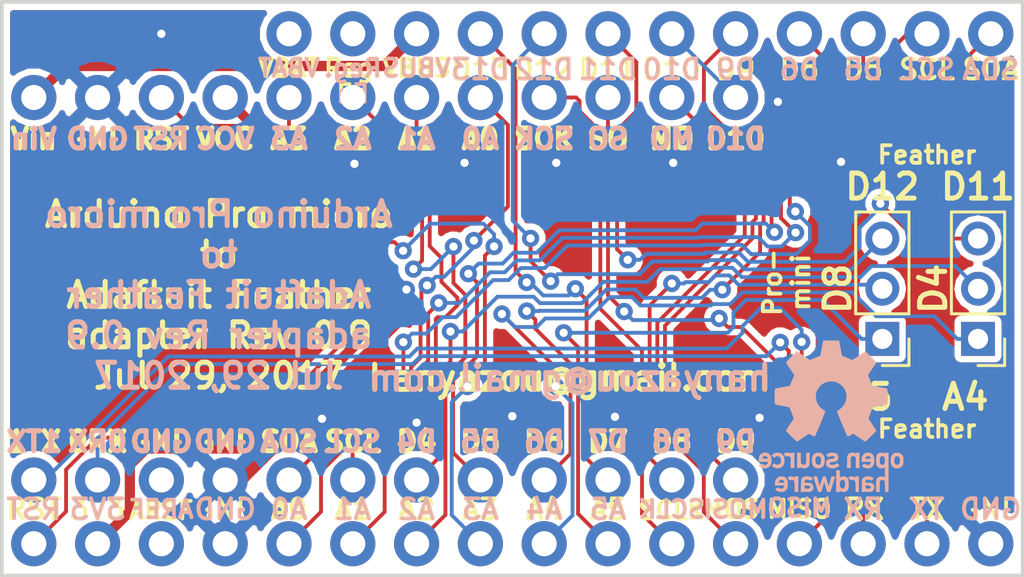
<source format=kicad_pcb>
(kicad_pcb (version 4) (host pcbnew 4.0.6)

  (general
    (links 28)
    (no_connects 0)
    (area 125.654999 95.3386 176.5414 126.5034)
    (thickness 1.6)
    (drawings 17)
    (tracks 465)
    (zones 0)
    (modules 5)
    (nets 31)
  )

  (page A4)
  (layers
    (0 F.Cu signal hide)
    (31 B.Cu signal)
    (32 B.Adhes user)
    (33 F.Adhes user)
    (34 B.Paste user)
    (35 F.Paste user)
    (36 B.SilkS user)
    (37 F.SilkS user)
    (38 B.Mask user)
    (39 F.Mask user)
    (40 Dwgs.User user)
    (41 Cmts.User user)
    (42 Eco1.User user)
    (43 Eco2.User user)
    (44 Edge.Cuts user)
    (45 Margin user)
    (46 B.CrtYd user)
    (47 F.CrtYd user)
    (48 B.Fab user)
    (49 F.Fab user)
  )

  (setup
    (last_trace_width 0.1524)
    (user_trace_width 0.1524)
    (user_trace_width 0.4064)
    (user_trace_width 0.508)
    (user_trace_width 0.762)
    (trace_clearance 0.1524)
    (zone_clearance 0.254)
    (zone_45_only no)
    (trace_min 0.1524)
    (segment_width 0.2)
    (edge_width 0.15)
    (via_size 0.6858)
    (via_drill 0.3302)
    (via_min_size 0.6858)
    (via_min_drill 0.3302)
    (uvia_size 0.3048)
    (uvia_drill 0.1016)
    (uvias_allowed no)
    (uvia_min_size 0.0508)
    (uvia_min_drill 0.0762)
    (pcb_text_width 0.3)
    (pcb_text_size 1.5 1.5)
    (mod_edge_width 0.15)
    (mod_text_size 1 1)
    (mod_text_width 0.15)
    (pad_size 1.524 1.524)
    (pad_drill 0.762)
    (pad_to_mask_clearance 0.0508)
    (aux_axis_origin 0 0)
    (visible_elements FFFFFF7F)
    (pcbplotparams
      (layerselection 0x010f0_80000001)
      (usegerberextensions false)
      (excludeedgelayer true)
      (linewidth 0.100000)
      (plotframeref false)
      (viasonmask false)
      (mode 1)
      (useauxorigin false)
      (hpglpennumber 1)
      (hpglpenspeed 20)
      (hpglpendiameter 15)
      (hpglpenoverlay 2)
      (psnegative false)
      (psa4output false)
      (plotreference true)
      (plotvalue true)
      (plotinvisibletext false)
      (padsonsilk false)
      (subtractmaskfromsilk false)
      (outputformat 1)
      (mirror false)
      (drillshape 0)
      (scaleselection 1)
      (outputdirectory Feather-Mini-adapter-0.9/))
  )

  (net 0 "")
  (net 1 TX)
  (net 2 RX)
  (net 3 "Net-(J1-Pad3)")
  (net 4 GND)
  (net 5 SDA)
  (net 6 SCL)
  (net 7 D4/A6)
  (net 8 D5)
  (net 9 D6/A7)
  (net 10 D7)
  (net 11 D8/A8)
  (net 12 D9)
  (net 13 D10/SS)
  (net 14 MOSI)
  (net 15 MISO)
  (net 16 SCK)
  (net 17 A0)
  (net 18 A1)
  (net 19 A2)
  (net 20 A3)
  (net 21 VCC)
  (net 22 RESET)
  (net 23 RAW)
  (net 24 "Net-(J3-Pad3)")
  (net 25 A4)
  (net 26 A5)
  (net 27 D11)
  (net 28 D12)
  (net 29 "Net-(J3-Pad27)")
  (net 30 "Net-(J3-Pad28)")

  (net_class Default "This is the default net class."
    (clearance 0.1524)
    (trace_width 0.1524)
    (via_dia 0.6858)
    (via_drill 0.3302)
    (uvia_dia 0.3048)
    (uvia_drill 0.1016)
    (add_net A0)
    (add_net A1)
    (add_net A2)
    (add_net A3)
    (add_net A4)
    (add_net A5)
    (add_net D10/SS)
    (add_net D11)
    (add_net D12)
    (add_net D4/A6)
    (add_net D5)
    (add_net D6/A7)
    (add_net D7)
    (add_net D8/A8)
    (add_net D9)
    (add_net MISO)
    (add_net MOSI)
    (add_net "Net-(J1-Pad3)")
    (add_net "Net-(J3-Pad27)")
    (add_net "Net-(J3-Pad28)")
    (add_net "Net-(J3-Pad3)")
    (add_net RESET)
    (add_net RX)
    (add_net SCK)
    (add_net SCL)
    (add_net SDA)
    (add_net TX)
  )

  (net_class Power ""
    (clearance 0.1524)
    (trace_width 0.4064)
    (via_dia 0.6858)
    (via_drill 0.3302)
    (uvia_dia 0.3048)
    (uvia_drill 0.1016)
    (add_net GND)
    (add_net RAW)
    (add_net VCC)
  )

  (module Pin_Headers:Pin_Header_Straight_1x03_Pitch2.00mm (layer F.Cu) (tedit 597B64A4) (tstamp 597B7174)
    (at 164.592 111.22 180)
    (descr "Through hole straight pin header, 1x03, 2.00mm pitch, single row")
    (tags "Through hole pin header THT 1x03 2.00mm single row")
    (path /597B3C86)
    (fp_text reference JP1 (at 0 -2.06 180) (layer F.SilkS) hide
      (effects (font (size 1 1) (thickness 0.15)))
    )
    (fp_text value Jumper_NC_Dual (at -10.922 0.73 270) (layer F.Fab)
      (effects (font (size 1 1) (thickness 0.15)))
    )
    (fp_line (start -0.5 -1) (end 1 -1) (layer F.Fab) (width 0.1))
    (fp_line (start 1 -1) (end 1 5) (layer F.Fab) (width 0.1))
    (fp_line (start 1 5) (end -1 5) (layer F.Fab) (width 0.1))
    (fp_line (start -1 5) (end -1 -0.5) (layer F.Fab) (width 0.1))
    (fp_line (start -1 -0.5) (end -0.5 -1) (layer F.Fab) (width 0.1))
    (fp_line (start -1.06 5.06) (end 1.06 5.06) (layer F.SilkS) (width 0.12))
    (fp_line (start -1.06 1) (end -1.06 5.06) (layer F.SilkS) (width 0.12))
    (fp_line (start 1.06 1) (end 1.06 5.06) (layer F.SilkS) (width 0.12))
    (fp_line (start -1.06 1) (end 1.06 1) (layer F.SilkS) (width 0.12))
    (fp_line (start -1.06 0) (end -1.06 -1.06) (layer F.SilkS) (width 0.12))
    (fp_line (start -1.06 -1.06) (end 0 -1.06) (layer F.SilkS) (width 0.12))
    (fp_line (start -1.5 -1.5) (end -1.5 5.5) (layer F.CrtYd) (width 0.05))
    (fp_line (start -1.5 5.5) (end 1.5 5.5) (layer F.CrtYd) (width 0.05))
    (fp_line (start 1.5 5.5) (end 1.5 -1.5) (layer F.CrtYd) (width 0.05))
    (fp_line (start 1.5 -1.5) (end -1.5 -1.5) (layer F.CrtYd) (width 0.05))
    (fp_text user %R (at 0 2 270) (layer F.Fab)
      (effects (font (size 1 1) (thickness 0.15)))
    )
    (pad 1 thru_hole rect (at 0 0 180) (size 1.35 1.35) (drill 0.8) (layers *.Cu *.Mask)
      (net 25 A4))
    (pad 2 thru_hole oval (at 0 2 180) (size 1.35 1.35) (drill 0.8) (layers *.Cu *.Mask)
      (net 7 D4/A6))
    (pad 3 thru_hole oval (at 0 4 180) (size 1.35 1.35) (drill 0.8) (layers *.Cu *.Mask)
      (net 27 D11))
    (model ${KISYS3DMOD}/Pin_Headers.3dshapes/Pin_Header_Straight_1x03_Pitch2.00mm.wrl
      (at (xyz 0 0 0))
      (scale (xyz 1 1 1))
      (rotate (xyz 0 0 0))
    )
  )

  (module library:Adafruit_Feather_conn.kicad_mod (layer F.Cu) (tedit 597B61C1) (tstamp 597B716D)
    (at 146.05 109.22)
    (path /597B4F98)
    (fp_text reference J3 (at 6.604 -12.954) (layer F.SilkS) hide
      (effects (font (size 1 1) (thickness 0.15)))
    )
    (fp_text value Adafruit_Feather_Conn (at 1.27 14.732) (layer F.Fab)
      (effects (font (size 1 1) (thickness 0.15)))
    )
    (fp_text user VBAT (at -8.89 -8.7884) (layer B.SilkS)
      (effects (font (size 0.7 0.7) (thickness 0.15)) (justify mirror))
    )
    (fp_text user Reg. (at -6.35 -8.7884) (layer B.SilkS)
      (effects (font (size 0.7 0.7) (thickness 0.15)) (justify mirror))
    )
    (fp_text user En (at -6.35 -7.7724) (layer B.SilkS)
      (effects (font (size 0.7 0.7) (thickness 0.15)) (justify mirror))
    )
    (fp_text user MISO (at 11.43 8.7376) (layer B.SilkS)
      (effects (font (size 0.7 0.7) (thickness 0.15)) (justify mirror))
    )
    (fp_text user MOSI (at 8.89 8.7884) (layer B.SilkS)
      (effects (font (size 0.7 0.7) (thickness 0.15)) (justify mirror))
    )
    (fp_text user SCLK (at 6.35 8.7884) (layer B.SilkS)
      (effects (font (size 0.7 0.7) (thickness 0.15)) (justify mirror))
    )
    (fp_text user AREF (at -13.97 8.7884) (layer B.SilkS)
      (effects (font (size 0.7 0.7) (thickness 0.15)) (justify mirror))
    )
    (fp_text user GND (at 19.05 8.7884) (layer B.SilkS)
      (effects (font (size 0.8 0.8) (thickness 0.15)) (justify mirror))
    )
    (fp_text user TX (at 16.51 8.7884) (layer B.SilkS)
      (effects (font (size 0.8 0.8) (thickness 0.15)) (justify mirror))
    )
    (fp_text user RX (at 13.97 8.7884) (layer B.SilkS)
      (effects (font (size 0.8 0.8) (thickness 0.15)) (justify mirror))
    )
    (fp_text user A5 (at 3.81 8.7884) (layer B.SilkS)
      (effects (font (size 0.8 0.8) (thickness 0.15)) (justify mirror))
    )
    (fp_text user A4 (at 1.27 8.7884) (layer B.SilkS)
      (effects (font (size 0.8 0.8) (thickness 0.15)) (justify mirror))
    )
    (fp_text user A3 (at -1.27 8.7884) (layer B.SilkS)
      (effects (font (size 0.8 0.8) (thickness 0.15)) (justify mirror))
    )
    (fp_text user A2 (at -3.81 8.7884) (layer B.SilkS)
      (effects (font (size 0.8 0.8) (thickness 0.15)) (justify mirror))
    )
    (fp_text user A1 (at -6.35 8.7884) (layer B.SilkS)
      (effects (font (size 0.8 0.8) (thickness 0.15)) (justify mirror))
    )
    (fp_text user A0 (at -8.89 8.7884) (layer B.SilkS)
      (effects (font (size 0.8 0.8) (thickness 0.15)) (justify mirror))
    )
    (fp_text user GND (at -11.43 8.7884) (layer B.SilkS)
      (effects (font (size 0.8 0.8) (thickness 0.15)) (justify mirror))
    )
    (fp_text user 3V3 (at -16.51 8.7884) (layer B.SilkS)
      (effects (font (size 0.8 0.8) (thickness 0.15)) (justify mirror))
    )
    (fp_text user RST (at -19.05 8.7884) (layer B.SilkS)
      (effects (font (size 0.8 0.8) (thickness 0.15)) (justify mirror))
    )
    (fp_text user VBUS (at -3.81 -8.7884) (layer B.SilkS)
      (effects (font (size 0.7 0.7) (thickness 0.15)) (justify mirror))
    )
    (fp_text user D13 (at -1.27 -8.7376) (layer B.SilkS)
      (effects (font (size 0.8 0.8) (thickness 0.15)) (justify mirror))
    )
    (fp_text user D12 (at 1.27 -8.7376) (layer B.SilkS)
      (effects (font (size 0.8 0.8) (thickness 0.15)) (justify mirror))
    )
    (fp_text user D11 (at 3.81 -8.7376) (layer B.SilkS)
      (effects (font (size 0.8 0.8) (thickness 0.15)) (justify mirror))
    )
    (fp_text user D10 (at 6.35 -8.7376) (layer B.SilkS)
      (effects (font (size 0.8 0.8) (thickness 0.15)) (justify mirror))
    )
    (fp_text user D9 (at 8.89 -8.7376) (layer B.SilkS)
      (effects (font (size 0.8 0.8) (thickness 0.15)) (justify mirror))
    )
    (fp_text user D6 (at 11.43 -8.7376) (layer B.SilkS)
      (effects (font (size 0.8 0.8) (thickness 0.15)) (justify mirror))
    )
    (fp_text user D5 (at 13.97 -8.7376) (layer B.SilkS)
      (effects (font (size 0.8 0.8) (thickness 0.15)) (justify mirror))
    )
    (fp_text user SCL (at 16.51 -8.7376) (layer B.SilkS)
      (effects (font (size 0.8 0.8) (thickness 0.15)) (justify mirror))
    )
    (fp_text user SDA (at 19.05 -8.7376) (layer B.SilkS)
      (effects (font (size 0.8 0.8) (thickness 0.15)) (justify mirror))
    )
    (fp_text user Reg. (at -6.35 -8.7884) (layer F.SilkS)
      (effects (font (size 0.7 0.7) (thickness 0.15)))
    )
    (fp_text user VBAT (at -8.89 -8.7884) (layer F.SilkS)
      (effects (font (size 0.7 0.7) (thickness 0.15)))
    )
    (fp_text user En (at -6.35 -7.7724) (layer F.SilkS)
      (effects (font (size 0.7 0.7) (thickness 0.15)))
    )
    (fp_text user VBUS (at -3.81 -8.7884) (layer F.SilkS)
      (effects (font (size 0.7 0.7) (thickness 0.15)))
    )
    (fp_text user D13 (at -1.27 -8.7376) (layer F.SilkS)
      (effects (font (size 0.8 0.8) (thickness 0.15)))
    )
    (fp_text user D12 (at 1.2192 -8.7376) (layer F.SilkS)
      (effects (font (size 0.8 0.8) (thickness 0.15)))
    )
    (fp_text user D11 (at 3.81 -8.7376) (layer F.SilkS)
      (effects (font (size 0.8 0.8) (thickness 0.15)))
    )
    (fp_text user D10 (at 6.35 -8.7376) (layer F.SilkS)
      (effects (font (size 0.8 0.8) (thickness 0.15)))
    )
    (fp_text user D9 (at 8.89 -8.7376) (layer F.SilkS)
      (effects (font (size 0.8 0.8) (thickness 0.15)))
    )
    (fp_text user D6 (at 11.43 -8.7376) (layer F.SilkS)
      (effects (font (size 0.8 0.8) (thickness 0.15)))
    )
    (fp_text user D5 (at 13.97 -8.7376) (layer F.SilkS)
      (effects (font (size 0.8 0.8) (thickness 0.15)))
    )
    (fp_text user SCL (at 16.51 -8.7376) (layer F.SilkS)
      (effects (font (size 0.8 0.8) (thickness 0.15)))
    )
    (fp_text user SDA (at 19.05 -8.7376) (layer F.SilkS)
      (effects (font (size 0.8 0.8) (thickness 0.15)))
    )
    (fp_text user GND (at 19.05 8.7884) (layer F.SilkS)
      (effects (font (size 0.8 0.8) (thickness 0.15)))
    )
    (fp_text user TX (at 16.51 8.7884) (layer F.SilkS)
      (effects (font (size 0.8 0.8) (thickness 0.15)))
    )
    (fp_text user RX (at 14.0208 8.7884) (layer F.SilkS)
      (effects (font (size 0.8 0.8) (thickness 0.15)))
    )
    (fp_text user MISO (at 11.43 8.7884) (layer F.SilkS)
      (effects (font (size 0.7 0.7) (thickness 0.15)))
    )
    (fp_text user MOSI (at 8.89 8.7884) (layer F.SilkS)
      (effects (font (size 0.7 0.7) (thickness 0.15)))
    )
    (fp_text user SCLK (at 6.35 8.8392) (layer F.SilkS)
      (effects (font (size 0.7 0.7) (thickness 0.15)))
    )
    (fp_text user A5 (at 3.81 8.7884) (layer F.SilkS)
      (effects (font (size 0.8 0.8) (thickness 0.15)))
    )
    (fp_text user A4 (at 1.27 8.7884) (layer F.SilkS)
      (effects (font (size 0.8 0.8) (thickness 0.15)))
    )
    (fp_text user A3 (at -1.27 8.7884) (layer F.SilkS)
      (effects (font (size 0.8 0.8) (thickness 0.15)))
    )
    (fp_text user A2 (at -3.81 8.7884) (layer F.SilkS)
      (effects (font (size 0.8 0.8) (thickness 0.15)))
    )
    (fp_text user A1 (at -6.35 8.7884) (layer F.SilkS)
      (effects (font (size 0.8 0.8) (thickness 0.15)))
    )
    (fp_text user A0 (at -8.89 8.7884) (layer F.SilkS)
      (effects (font (size 0.8 0.8) (thickness 0.15)))
    )
    (fp_text user GND (at -11.43 8.7884) (layer F.SilkS)
      (effects (font (size 0.8 0.8) (thickness 0.15)))
    )
    (fp_text user AREF (at -13.97 8.8392) (layer F.SilkS)
      (effects (font (size 0.7 0.7) (thickness 0.15)))
    )
    (fp_text user 3V3 (at -16.51 8.7884) (layer F.SilkS)
      (effects (font (size 0.8 0.8) (thickness 0.15)))
    )
    (fp_text user RST (at -19.05 8.7884) (layer F.SilkS)
      (effects (font (size 0.8 0.8) (thickness 0.15)))
    )
    (pad 1 thru_hole circle (at -19.05 10.16) (size 1.8 1.8) (drill 1) (layers *.Cu *.Mask)
      (net 22 RESET))
    (pad 2 thru_hole circle (at -16.51 10.16) (size 1.8 1.8) (drill 1) (layers *.Cu *.Mask)
      (net 21 VCC))
    (pad 3 thru_hole circle (at -13.97 10.16) (size 1.8 1.8) (drill 1) (layers *.Cu *.Mask)
      (net 24 "Net-(J3-Pad3)"))
    (pad 4 thru_hole circle (at -11.43 10.16) (size 1.8 1.8) (drill 1) (layers *.Cu *.Mask)
      (net 4 GND))
    (pad 5 thru_hole circle (at -8.89 10.16) (size 1.8 1.8) (drill 1) (layers *.Cu *.Mask)
      (net 17 A0))
    (pad 6 thru_hole circle (at -6.35 10.16) (size 1.8 1.8) (drill 1) (layers *.Cu *.Mask)
      (net 18 A1))
    (pad 7 thru_hole circle (at -3.81 10.16) (size 1.8 1.8) (drill 1) (layers *.Cu *.Mask)
      (net 19 A2))
    (pad 8 thru_hole circle (at -1.27 10.16) (size 1.8 1.8) (drill 1) (layers *.Cu *.Mask)
      (net 20 A3))
    (pad 9 thru_hole circle (at 1.27 10.16) (size 1.8 1.8) (drill 1) (layers *.Cu *.Mask)
      (net 25 A4))
    (pad 10 thru_hole circle (at 3.81 10.16) (size 1.8 1.8) (drill 1) (layers *.Cu *.Mask)
      (net 26 A5))
    (pad 11 thru_hole circle (at 6.35 10.16) (size 1.8 1.8) (drill 1) (layers *.Cu *.Mask)
      (net 16 SCK))
    (pad 12 thru_hole circle (at 8.89 10.16) (size 1.8 1.8) (drill 1) (layers *.Cu *.Mask)
      (net 14 MOSI))
    (pad 13 thru_hole circle (at 11.43 10.16) (size 1.8 1.8) (drill 1) (layers *.Cu *.Mask)
      (net 15 MISO))
    (pad 14 thru_hole circle (at 13.97 10.16) (size 1.8 1.8) (drill 1) (layers *.Cu *.Mask)
      (net 2 RX))
    (pad 15 thru_hole circle (at 16.51 10.16) (size 1.8 1.8) (drill 1) (layers *.Cu *.Mask)
      (net 1 TX))
    (pad 16 thru_hole circle (at 19.05 10.16) (size 1.8 1.8) (drill 1) (layers *.Cu *.Mask)
      (net 4 GND))
    (pad 17 thru_hole circle (at 19.05 -10.16) (size 1.8 1.8) (drill 1) (layers *.Cu *.Mask)
      (net 5 SDA))
    (pad 18 thru_hole circle (at 16.51 -10.16) (size 1.8 1.8) (drill 1) (layers *.Cu *.Mask)
      (net 6 SCL))
    (pad 19 thru_hole circle (at 13.97 -10.16) (size 1.8 1.8) (drill 1) (layers *.Cu *.Mask)
      (net 8 D5))
    (pad 20 thru_hole circle (at 11.43 -10.16) (size 1.8 1.8) (drill 1) (layers *.Cu *.Mask)
      (net 9 D6/A7))
    (pad 21 thru_hole circle (at 8.89 -10.16) (size 1.8 1.8) (drill 1) (layers *.Cu *.Mask)
      (net 12 D9))
    (pad 22 thru_hole circle (at 6.35 -10.16) (size 1.8 1.8) (drill 1) (layers *.Cu *.Mask)
      (net 13 D10/SS))
    (pad 23 thru_hole circle (at 3.81 -10.16) (size 1.8 1.8) (drill 1) (layers *.Cu *.Mask)
      (net 27 D11))
    (pad 24 thru_hole circle (at 1.27 -10.16) (size 1.8 1.8) (drill 1) (layers *.Cu *.Mask)
      (net 28 D12))
    (pad 25 thru_hole circle (at -1.27 -10.16) (size 1.8 1.8) (drill 1) (layers *.Cu *.Mask)
      (net 10 D7))
    (pad 26 thru_hole circle (at -3.81 -10.16) (size 1.8 1.8) (drill 1) (layers *.Cu *.Mask)
      (net 23 RAW))
    (pad 27 thru_hole circle (at -6.35 -10.16) (size 1.8 1.8) (drill 1) (layers *.Cu *.Mask)
      (net 29 "Net-(J3-Pad27)"))
    (pad 28 thru_hole circle (at -8.89 -10.16) (size 1.8 1.8) (drill 1) (layers *.Cu *.Mask)
      (net 30 "Net-(J3-Pad28)"))
  )

  (module library:Arduino_pro_micro_conn (layer F.Cu) (tedit 597B61BD) (tstamp 597B7113)
    (at 139.7 106.68)
    (path /597B4FE9)
    (fp_text reference J1 (at 0 -10.16) (layer F.SilkS) hide
      (effects (font (size 1 1) (thickness 0.15)))
    )
    (fp_text value Arduino_pro_micro_conn (at 7.62 18.796) (layer F.Fab)
      (effects (font (size 1 1) (thickness 0.15)))
    )
    (fp_text user D9 (at 15.24 8.636) (layer B.SilkS)
      (effects (font (size 0.8 0.8) (thickness 0.2)) (justify mirror))
    )
    (fp_text user D8 (at 12.7 8.636) (layer B.SilkS)
      (effects (font (size 0.8 0.8) (thickness 0.2)) (justify mirror))
    )
    (fp_text user D7 (at 10.16 8.636) (layer B.SilkS)
      (effects (font (size 0.8 0.8) (thickness 0.2)) (justify mirror))
    )
    (fp_text user D6 (at 7.62 8.636) (layer B.SilkS)
      (effects (font (size 0.8 0.8) (thickness 0.2)) (justify mirror))
    )
    (fp_text user D5 (at 5.08 8.636) (layer B.SilkS)
      (effects (font (size 0.8 0.8) (thickness 0.2)) (justify mirror))
    )
    (fp_text user D4 (at 2.54 8.636) (layer B.SilkS)
      (effects (font (size 0.8 0.8) (thickness 0.2)) (justify mirror))
    )
    (fp_text user SCL (at 0 8.636) (layer B.SilkS)
      (effects (font (size 0.8 0.8) (thickness 0.2)) (justify mirror))
    )
    (fp_text user SDA (at -2.54 8.636) (layer B.SilkS)
      (effects (font (size 0.8 0.8) (thickness 0.2)) (justify mirror))
    )
    (fp_text user GND (at -5.08 8.636) (layer B.SilkS)
      (effects (font (size 0.8 0.8) (thickness 0.2)) (justify mirror))
    )
    (fp_text user GND (at -7.62 8.636) (layer B.SilkS)
      (effects (font (size 0.8 0.8) (thickness 0.2)) (justify mirror))
    )
    (fp_text user 0RX (at -10.16 8.636) (layer B.SilkS)
      (effects (font (size 0.8 0.8) (thickness 0.2)) (justify mirror))
    )
    (fp_text user 1TX (at -12.7 8.636) (layer B.SilkS)
      (effects (font (size 0.8 0.8) (thickness 0.2)) (justify mirror))
    )
    (fp_text user D10 (at 15.24 -3.429) (layer B.SilkS)
      (effects (font (size 0.8 0.8) (thickness 0.2)) (justify mirror))
    )
    (fp_text user MO (at 12.7 -3.429) (layer B.SilkS)
      (effects (font (size 0.8 0.8) (thickness 0.2)) (justify mirror))
    )
    (fp_text user SO (at 10.16 -3.429) (layer B.SilkS)
      (effects (font (size 0.8 0.8) (thickness 0.2)) (justify mirror))
    )
    (fp_text user SCK (at 7.62 -3.429) (layer B.SilkS)
      (effects (font (size 0.8 0.8) (thickness 0.2)) (justify mirror))
    )
    (fp_text user A0 (at 5.08 -3.429) (layer B.SilkS)
      (effects (font (size 0.8 0.8) (thickness 0.2)) (justify mirror))
    )
    (fp_text user A1 (at 2.54 -3.429) (layer B.SilkS)
      (effects (font (size 0.8 0.8) (thickness 0.2)) (justify mirror))
    )
    (fp_text user A2 (at 0 -3.429) (layer B.SilkS)
      (effects (font (size 0.8 0.8) (thickness 0.2)) (justify mirror))
    )
    (fp_text user A3 (at -2.54 -3.429) (layer B.SilkS)
      (effects (font (size 0.8 0.8) (thickness 0.2)) (justify mirror))
    )
    (fp_text user VCC (at -5.08 -3.429) (layer B.SilkS)
      (effects (font (size 0.8 0.8) (thickness 0.2)) (justify mirror))
    )
    (fp_text user RST (at -7.62 -3.429) (layer B.SilkS)
      (effects (font (size 0.8 0.8) (thickness 0.2)) (justify mirror))
    )
    (fp_text user GND (at -10.16 -3.429) (layer B.SilkS)
      (effects (font (size 0.8 0.8) (thickness 0.2)) (justify mirror))
    )
    (fp_text user Vin (at -12.7 -3.429) (layer B.SilkS)
      (effects (font (size 0.8 0.8) (thickness 0.2)) (justify mirror))
    )
    (fp_text user Vin (at -12.7 -3.429) (layer F.SilkS)
      (effects (font (size 0.8 0.8) (thickness 0.2)))
    )
    (fp_text user GND (at -10.16 -3.429) (layer F.SilkS)
      (effects (font (size 0.8 0.8) (thickness 0.2)))
    )
    (fp_text user RST (at -7.62 -3.429) (layer F.SilkS)
      (effects (font (size 0.8 0.8) (thickness 0.2)))
    )
    (fp_text user VCC (at -5.08 -3.429) (layer F.SilkS)
      (effects (font (size 0.8 0.8) (thickness 0.2)))
    )
    (fp_text user A3 (at -2.54 -3.429) (layer F.SilkS)
      (effects (font (size 0.8 0.8) (thickness 0.2)))
    )
    (fp_text user A2 (at 0 -3.429) (layer F.SilkS)
      (effects (font (size 0.8 0.8) (thickness 0.2)))
    )
    (fp_text user A1 (at 2.54 -3.429) (layer F.SilkS)
      (effects (font (size 0.8 0.8) (thickness 0.2)))
    )
    (fp_text user A0 (at 5.08 -3.429) (layer F.SilkS)
      (effects (font (size 0.8 0.8) (thickness 0.2)))
    )
    (fp_text user SCK (at 7.62 -3.429) (layer F.SilkS)
      (effects (font (size 0.8 0.8) (thickness 0.2)))
    )
    (fp_text user SO (at 10.16 -3.429) (layer F.SilkS)
      (effects (font (size 0.8 0.8) (thickness 0.2)))
    )
    (fp_text user MO (at 12.7 -3.429) (layer F.SilkS)
      (effects (font (size 0.8 0.8) (thickness 0.2)))
    )
    (fp_text user D9 (at 15.24 8.636) (layer F.SilkS)
      (effects (font (size 0.8 0.8) (thickness 0.2)))
    )
    (fp_text user D10 (at 15.24 -3.429) (layer F.SilkS)
      (effects (font (size 0.8 0.8) (thickness 0.2)))
    )
    (fp_text user D8 (at 12.7 8.636) (layer F.SilkS)
      (effects (font (size 0.8 0.8) (thickness 0.2)))
    )
    (fp_text user D7 (at 10.16 8.636) (layer F.SilkS)
      (effects (font (size 0.8 0.8) (thickness 0.2)))
    )
    (fp_text user D6 (at 7.62 8.636) (layer F.SilkS)
      (effects (font (size 0.8 0.8) (thickness 0.2)))
    )
    (fp_text user D5 (at 5.08 8.636) (layer F.SilkS)
      (effects (font (size 0.8 0.8) (thickness 0.2)))
    )
    (fp_text user D4 (at 2.54 8.636) (layer F.SilkS)
      (effects (font (size 0.8 0.8) (thickness 0.2)))
    )
    (fp_text user SCL (at 0 8.636) (layer F.SilkS)
      (effects (font (size 0.8 0.8) (thickness 0.2)))
    )
    (fp_text user SDA (at -2.54 8.636) (layer F.SilkS)
      (effects (font (size 0.8 0.8) (thickness 0.2)))
    )
    (fp_text user GND (at -5.08 8.636) (layer F.SilkS)
      (effects (font (size 0.8 0.8) (thickness 0.2)))
    )
    (fp_text user GND (at -7.62 8.636) (layer F.SilkS)
      (effects (font (size 0.8 0.8) (thickness 0.2)))
    )
    (fp_text user 0RX (at -10.16 8.636) (layer F.SilkS)
      (effects (font (size 0.8 0.8) (thickness 0.2)))
    )
    (fp_text user 1TX (at -12.7 8.636) (layer F.SilkS)
      (effects (font (size 0.8 0.8) (thickness 0.2)))
    )
    (pad 1 thru_hole circle (at -12.7 10.16) (size 1.8 1.8) (drill 1) (layers *.Cu *.Mask)
      (net 1 TX))
    (pad 2 thru_hole circle (at -10.16 10.16) (size 1.8 1.8) (drill 1) (layers *.Cu *.Mask)
      (net 2 RX))
    (pad 3 thru_hole circle (at -7.62 10.16) (size 1.8 1.8) (drill 1) (layers *.Cu *.Mask)
      (net 3 "Net-(J1-Pad3)"))
    (pad 4 thru_hole circle (at -5.08 10.16) (size 1.8 1.8) (drill 1) (layers *.Cu *.Mask)
      (net 4 GND))
    (pad 5 thru_hole circle (at -2.54 10.16) (size 1.8 1.8) (drill 1) (layers *.Cu *.Mask)
      (net 5 SDA))
    (pad 6 thru_hole circle (at 0 10.16) (size 1.8 1.8) (drill 1) (layers *.Cu *.Mask)
      (net 6 SCL))
    (pad 7 thru_hole circle (at 2.54 10.16) (size 1.8 1.8) (drill 1) (layers *.Cu *.Mask)
      (net 7 D4/A6))
    (pad 8 thru_hole circle (at 5.08 10.16) (size 1.8 1.8) (drill 1) (layers *.Cu *.Mask)
      (net 8 D5))
    (pad 9 thru_hole circle (at 7.62 10.16) (size 1.8 1.8) (drill 1) (layers *.Cu *.Mask)
      (net 9 D6/A7))
    (pad 10 thru_hole circle (at 10.16 10.16) (size 1.8 1.8) (drill 1) (layers *.Cu *.Mask)
      (net 10 D7))
    (pad 11 thru_hole circle (at 12.7 10.16) (size 1.8 1.8) (drill 1) (layers *.Cu *.Mask)
      (net 11 D8/A8))
    (pad 12 thru_hole circle (at 15.24 10.16) (size 1.8 1.8) (drill 1) (layers *.Cu *.Mask)
      (net 12 D9))
    (pad 13 thru_hole circle (at 15.24 -5.08) (size 1.8 1.8) (drill 1) (layers *.Cu *.Mask)
      (net 13 D10/SS))
    (pad 14 thru_hole circle (at 12.7 -5.08) (size 1.8 1.8) (drill 1) (layers *.Cu *.Mask)
      (net 14 MOSI))
    (pad 15 thru_hole circle (at 10.16 -5.08) (size 1.8 1.8) (drill 1) (layers *.Cu *.Mask)
      (net 15 MISO))
    (pad 16 thru_hole circle (at 7.62 -5.08) (size 1.8 1.8) (drill 1) (layers *.Cu *.Mask)
      (net 16 SCK))
    (pad 17 thru_hole circle (at 5.08 -5.08) (size 1.8 1.8) (drill 1) (layers *.Cu *.Mask)
      (net 17 A0))
    (pad 18 thru_hole circle (at 2.54 -5.08) (size 1.8 1.8) (drill 1) (layers *.Cu *.Mask)
      (net 18 A1))
    (pad 19 thru_hole circle (at 0 -5.08) (size 1.8 1.8) (drill 1) (layers *.Cu *.Mask)
      (net 19 A2))
    (pad 20 thru_hole circle (at -2.54 -5.08) (size 1.8 1.8) (drill 1) (layers *.Cu *.Mask)
      (net 20 A3))
    (pad 21 thru_hole circle (at -5.08 -5.08) (size 1.8 1.8) (drill 1) (layers *.Cu *.Mask)
      (net 21 VCC))
    (pad 22 thru_hole circle (at -7.62 -5.08) (size 1.8 1.8) (drill 1) (layers *.Cu *.Mask)
      (net 22 RESET))
    (pad 23 thru_hole circle (at -10.16 -5.08) (size 1.8 1.8) (drill 1) (layers *.Cu *.Mask)
      (net 4 GND))
    (pad 24 thru_hole circle (at -12.7 -5.08) (size 1.8 1.8) (drill 1) (layers *.Cu *.Mask)
      (net 23 RAW))
  )

  (module Pin_Headers:Pin_Header_Straight_1x03_Pitch2.00mm (layer F.Cu) (tedit 597B649D) (tstamp 597B717B)
    (at 160.782 111.22 180)
    (descr "Through hole straight pin header, 1x03, 2.00mm pitch, single row")
    (tags "Through hole pin header THT 1x03 2.00mm single row")
    (path /597B3CCE)
    (fp_text reference JP2 (at 0 -2.06 180) (layer F.SilkS) hide
      (effects (font (size 1 1) (thickness 0.15)))
    )
    (fp_text value Jumper_NC_Dual (at -14.224 0.984 270) (layer F.Fab)
      (effects (font (size 1 1) (thickness 0.15)))
    )
    (fp_line (start -0.5 -1) (end 1 -1) (layer F.Fab) (width 0.1))
    (fp_line (start 1 -1) (end 1 5) (layer F.Fab) (width 0.1))
    (fp_line (start 1 5) (end -1 5) (layer F.Fab) (width 0.1))
    (fp_line (start -1 5) (end -1 -0.5) (layer F.Fab) (width 0.1))
    (fp_line (start -1 -0.5) (end -0.5 -1) (layer F.Fab) (width 0.1))
    (fp_line (start -1.06 5.06) (end 1.06 5.06) (layer F.SilkS) (width 0.12))
    (fp_line (start -1.06 1) (end -1.06 5.06) (layer F.SilkS) (width 0.12))
    (fp_line (start 1.06 1) (end 1.06 5.06) (layer F.SilkS) (width 0.12))
    (fp_line (start -1.06 1) (end 1.06 1) (layer F.SilkS) (width 0.12))
    (fp_line (start -1.06 0) (end -1.06 -1.06) (layer F.SilkS) (width 0.12))
    (fp_line (start -1.06 -1.06) (end 0 -1.06) (layer F.SilkS) (width 0.12))
    (fp_line (start -1.5 -1.5) (end -1.5 5.5) (layer F.CrtYd) (width 0.05))
    (fp_line (start -1.5 5.5) (end 1.5 5.5) (layer F.CrtYd) (width 0.05))
    (fp_line (start 1.5 5.5) (end 1.5 -1.5) (layer F.CrtYd) (width 0.05))
    (fp_line (start 1.5 -1.5) (end -1.5 -1.5) (layer F.CrtYd) (width 0.05))
    (fp_text user %R (at 0 2 270) (layer F.Fab)
      (effects (font (size 1 1) (thickness 0.15)))
    )
    (pad 1 thru_hole rect (at 0 0 180) (size 1.35 1.35) (drill 0.8) (layers *.Cu *.Mask)
      (net 26 A5))
    (pad 2 thru_hole oval (at 0 2 180) (size 1.35 1.35) (drill 0.8) (layers *.Cu *.Mask)
      (net 11 D8/A8))
    (pad 3 thru_hole oval (at 0 4 180) (size 1.35 1.35) (drill 0.8) (layers *.Cu *.Mask)
      (net 28 D12))
    (model ${KISYS3DMOD}/Pin_Headers.3dshapes/Pin_Header_Straight_1x03_Pitch2.00mm.wrl
      (at (xyz 0 0 0))
      (scale (xyz 1 1 1))
      (rotate (xyz 0 0 0))
    )
  )

  (module Symbols:OSHW-Logo_5.7x6mm_SilkScreen (layer B.Cu) (tedit 0) (tstamp 597B83D1)
    (at 158.75 114.3 180)
    (descr "Open Source Hardware Logo")
    (tags "Logo OSHW")
    (fp_text reference REF*** (at 0 0 180) (layer B.SilkS) hide
      (effects (font (size 1 1) (thickness 0.15)) (justify mirror))
    )
    (fp_text value OSHW-Logo_5.7x6mm_SilkScreen (at 0.75 0 180) (layer B.Fab) hide
      (effects (font (size 1 1) (thickness 0.15)) (justify mirror))
    )
    (fp_poly (pts (xy -1.908759 -1.469184) (xy -1.882247 -1.482282) (xy -1.849553 -1.505106) (xy -1.825725 -1.529996)
      (xy -1.809406 -1.561249) (xy -1.79924 -1.603166) (xy -1.793872 -1.660044) (xy -1.791944 -1.736184)
      (xy -1.791831 -1.768917) (xy -1.792161 -1.840656) (xy -1.793527 -1.891927) (xy -1.7965 -1.927404)
      (xy -1.801649 -1.951763) (xy -1.809543 -1.96968) (xy -1.817757 -1.981902) (xy -1.870187 -2.033905)
      (xy -1.93193 -2.065184) (xy -1.998536 -2.074592) (xy -2.065558 -2.06098) (xy -2.086792 -2.051354)
      (xy -2.137624 -2.024859) (xy -2.137624 -2.440052) (xy -2.100525 -2.420868) (xy -2.051643 -2.406025)
      (xy -1.991561 -2.402222) (xy -1.931564 -2.409243) (xy -1.886256 -2.425013) (xy -1.848675 -2.455047)
      (xy -1.816564 -2.498024) (xy -1.81415 -2.502436) (xy -1.803967 -2.523221) (xy -1.79653 -2.54417)
      (xy -1.791411 -2.569548) (xy -1.788181 -2.603618) (xy -1.786413 -2.650641) (xy -1.785677 -2.714882)
      (xy -1.785544 -2.787176) (xy -1.785544 -3.017822) (xy -1.923861 -3.017822) (xy -1.923861 -2.592533)
      (xy -1.962549 -2.559979) (xy -2.002738 -2.53394) (xy -2.040797 -2.529205) (xy -2.079066 -2.541389)
      (xy -2.099462 -2.55332) (xy -2.114642 -2.570313) (xy -2.125438 -2.595995) (xy -2.132683 -2.633991)
      (xy -2.137208 -2.687926) (xy -2.139844 -2.761425) (xy -2.140772 -2.810347) (xy -2.143911 -3.011535)
      (xy -2.209926 -3.015336) (xy -2.27594 -3.019136) (xy -2.27594 -1.77065) (xy -2.137624 -1.77065)
      (xy -2.134097 -1.840254) (xy -2.122215 -1.888569) (xy -2.10002 -1.918631) (xy -2.065559 -1.933471)
      (xy -2.030742 -1.936436) (xy -1.991329 -1.933028) (xy -1.965171 -1.919617) (xy -1.948814 -1.901896)
      (xy -1.935937 -1.882835) (xy -1.928272 -1.861601) (xy -1.924861 -1.831849) (xy -1.924749 -1.787236)
      (xy -1.925897 -1.74988) (xy -1.928532 -1.693604) (xy -1.932456 -1.656658) (xy -1.939063 -1.633223)
      (xy -1.949749 -1.61748) (xy -1.959833 -1.60838) (xy -2.00197 -1.588537) (xy -2.05184 -1.585332)
      (xy -2.080476 -1.592168) (xy -2.108828 -1.616464) (xy -2.127609 -1.663728) (xy -2.136712 -1.733624)
      (xy -2.137624 -1.77065) (xy -2.27594 -1.77065) (xy -2.27594 -1.458614) (xy -2.206782 -1.458614)
      (xy -2.16526 -1.460256) (xy -2.143838 -1.466087) (xy -2.137626 -1.477461) (xy -2.137624 -1.477798)
      (xy -2.134742 -1.488938) (xy -2.12203 -1.487673) (xy -2.096757 -1.475433) (xy -2.037869 -1.456707)
      (xy -1.971615 -1.454739) (xy -1.908759 -1.469184)) (layer B.SilkS) (width 0.01))
    (fp_poly (pts (xy -1.38421 -2.406555) (xy -1.325055 -2.422339) (xy -1.280023 -2.450948) (xy -1.248246 -2.488419)
      (xy -1.238366 -2.504411) (xy -1.231073 -2.521163) (xy -1.225974 -2.542592) (xy -1.222679 -2.572616)
      (xy -1.220797 -2.615154) (xy -1.219937 -2.674122) (xy -1.219707 -2.75344) (xy -1.219703 -2.774484)
      (xy -1.219703 -3.017822) (xy -1.280059 -3.017822) (xy -1.318557 -3.015126) (xy -1.347023 -3.008295)
      (xy -1.354155 -3.004083) (xy -1.373652 -2.996813) (xy -1.393566 -3.004083) (xy -1.426353 -3.01316)
      (xy -1.473978 -3.016813) (xy -1.526764 -3.015228) (xy -1.575036 -3.008589) (xy -1.603218 -3.000072)
      (xy -1.657753 -2.965063) (xy -1.691835 -2.916479) (xy -1.707157 -2.851882) (xy -1.707299 -2.850223)
      (xy -1.705955 -2.821566) (xy -1.584356 -2.821566) (xy -1.573726 -2.854161) (xy -1.55641 -2.872505)
      (xy -1.521652 -2.886379) (xy -1.475773 -2.891917) (xy -1.428988 -2.889191) (xy -1.391514 -2.878274)
      (xy -1.381015 -2.871269) (xy -1.362668 -2.838904) (xy -1.35802 -2.802111) (xy -1.35802 -2.753763)
      (xy -1.427582 -2.753763) (xy -1.493667 -2.75885) (xy -1.543764 -2.773263) (xy -1.574929 -2.795729)
      (xy -1.584356 -2.821566) (xy -1.705955 -2.821566) (xy -1.703987 -2.779647) (xy -1.68071 -2.723845)
      (xy -1.636948 -2.681647) (xy -1.630899 -2.677808) (xy -1.604907 -2.665309) (xy -1.572735 -2.65774)
      (xy -1.52776 -2.654061) (xy -1.474331 -2.653216) (xy -1.35802 -2.653169) (xy -1.35802 -2.604411)
      (xy -1.362953 -2.566581) (xy -1.375543 -2.541236) (xy -1.377017 -2.539887) (xy -1.405034 -2.5288)
      (xy -1.447326 -2.524503) (xy -1.494064 -2.526615) (xy -1.535418 -2.534756) (xy -1.559957 -2.546965)
      (xy -1.573253 -2.556746) (xy -1.587294 -2.558613) (xy -1.606671 -2.5506) (xy -1.635976 -2.530739)
      (xy -1.679803 -2.497063) (xy -1.683825 -2.493909) (xy -1.681764 -2.482236) (xy -1.664568 -2.462822)
      (xy -1.638433 -2.441248) (xy -1.609552 -2.423096) (xy -1.600478 -2.418809) (xy -1.56738 -2.410256)
      (xy -1.51888 -2.404155) (xy -1.464695 -2.401708) (xy -1.462161 -2.401703) (xy -1.38421 -2.406555)) (layer B.SilkS) (width 0.01))
    (fp_poly (pts (xy -0.993356 -2.40302) (xy -0.974539 -2.40866) (xy -0.968473 -2.421053) (xy -0.968218 -2.426647)
      (xy -0.967129 -2.44223) (xy -0.959632 -2.444676) (xy -0.939381 -2.433993) (xy -0.927351 -2.426694)
      (xy -0.8894 -2.411063) (xy -0.844072 -2.403334) (xy -0.796544 -2.40274) (xy -0.751995 -2.408513)
      (xy -0.715602 -2.419884) (xy -0.692543 -2.436088) (xy -0.687996 -2.456355) (xy -0.690291 -2.461843)
      (xy -0.70702 -2.484626) (xy -0.732963 -2.512647) (xy -0.737655 -2.517177) (xy -0.762383 -2.538005)
      (xy -0.783718 -2.544735) (xy -0.813555 -2.540038) (xy -0.825508 -2.536917) (xy -0.862705 -2.529421)
      (xy -0.888859 -2.532792) (xy -0.910946 -2.544681) (xy -0.931178 -2.560635) (xy -0.946079 -2.5807)
      (xy -0.956434 -2.608702) (xy -0.963029 -2.648467) (xy -0.966649 -2.703823) (xy -0.968078 -2.778594)
      (xy -0.968218 -2.82374) (xy -0.968218 -3.017822) (xy -1.09396 -3.017822) (xy -1.09396 -2.401683)
      (xy -1.031089 -2.401683) (xy -0.993356 -2.40302)) (layer B.SilkS) (width 0.01))
    (fp_poly (pts (xy -0.201188 -3.017822) (xy -0.270346 -3.017822) (xy -0.310488 -3.016645) (xy -0.331394 -3.011772)
      (xy -0.338922 -3.001186) (xy -0.339505 -2.994029) (xy -0.340774 -2.979676) (xy -0.348779 -2.976923)
      (xy -0.369815 -2.985771) (xy -0.386173 -2.994029) (xy -0.448977 -3.013597) (xy -0.517248 -3.014729)
      (xy -0.572752 -3.000135) (xy -0.624438 -2.964877) (xy -0.663838 -2.912835) (xy -0.685413 -2.85145)
      (xy -0.685962 -2.848018) (xy -0.689167 -2.810571) (xy -0.690761 -2.756813) (xy -0.690633 -2.716155)
      (xy -0.553279 -2.716155) (xy -0.550097 -2.770194) (xy -0.542859 -2.814735) (xy -0.53306 -2.839888)
      (xy -0.495989 -2.87426) (xy -0.451974 -2.886582) (xy -0.406584 -2.876618) (xy -0.367797 -2.846895)
      (xy -0.353108 -2.826905) (xy -0.344519 -2.80305) (xy -0.340496 -2.76823) (xy -0.339505 -2.71593)
      (xy -0.341278 -2.664139) (xy -0.345963 -2.618634) (xy -0.352603 -2.588181) (xy -0.35371 -2.585452)
      (xy -0.380491 -2.553) (xy -0.419579 -2.535183) (xy -0.463315 -2.532306) (xy -0.504038 -2.544674)
      (xy -0.534087 -2.572593) (xy -0.537204 -2.578148) (xy -0.546961 -2.612022) (xy -0.552277 -2.660728)
      (xy -0.553279 -2.716155) (xy -0.690633 -2.716155) (xy -0.690568 -2.69554) (xy -0.689664 -2.662563)
      (xy -0.683514 -2.580981) (xy -0.670733 -2.51973) (xy -0.649471 -2.474449) (xy -0.617878 -2.440779)
      (xy -0.587207 -2.421014) (xy -0.544354 -2.40712) (xy -0.491056 -2.402354) (xy -0.43648 -2.406236)
      (xy -0.389792 -2.418282) (xy -0.365124 -2.432693) (xy -0.339505 -2.455878) (xy -0.339505 -2.162773)
      (xy -0.201188 -2.162773) (xy -0.201188 -3.017822)) (layer B.SilkS) (width 0.01))
    (fp_poly (pts (xy 0.281524 -2.404237) (xy 0.331255 -2.407971) (xy 0.461291 -2.797773) (xy 0.481678 -2.728614)
      (xy 0.493946 -2.685874) (xy 0.510085 -2.628115) (xy 0.527512 -2.564625) (xy 0.536726 -2.53057)
      (xy 0.571388 -2.401683) (xy 0.714391 -2.401683) (xy 0.671646 -2.536857) (xy 0.650596 -2.603342)
      (xy 0.625167 -2.683539) (xy 0.59861 -2.767193) (xy 0.574902 -2.841782) (xy 0.520902 -3.011535)
      (xy 0.462598 -3.015328) (xy 0.404295 -3.019122) (xy 0.372679 -2.914734) (xy 0.353182 -2.849889)
      (xy 0.331904 -2.7784) (xy 0.313308 -2.715263) (xy 0.312574 -2.71275) (xy 0.298684 -2.669969)
      (xy 0.286429 -2.640779) (xy 0.277846 -2.629741) (xy 0.276082 -2.631018) (xy 0.269891 -2.64813)
      (xy 0.258128 -2.684787) (xy 0.242225 -2.736378) (xy 0.223614 -2.798294) (xy 0.213543 -2.832352)
      (xy 0.159007 -3.017822) (xy 0.043264 -3.017822) (xy -0.049263 -2.725471) (xy -0.075256 -2.643462)
      (xy -0.098934 -2.568987) (xy -0.11918 -2.505544) (xy -0.134874 -2.456632) (xy -0.144898 -2.425749)
      (xy -0.147945 -2.416726) (xy -0.145533 -2.407487) (xy -0.126592 -2.403441) (xy -0.087177 -2.403846)
      (xy -0.081007 -2.404152) (xy -0.007914 -2.407971) (xy 0.039957 -2.58401) (xy 0.057553 -2.648211)
      (xy 0.073277 -2.704649) (xy 0.085746 -2.748422) (xy 0.093574 -2.77463) (xy 0.09502 -2.778903)
      (xy 0.101014 -2.77399) (xy 0.113101 -2.748532) (xy 0.129893 -2.705997) (xy 0.150003 -2.64985)
      (xy 0.167003 -2.59913) (xy 0.231794 -2.400504) (xy 0.281524 -2.404237)) (layer B.SilkS) (width 0.01))
    (fp_poly (pts (xy 1.038411 -2.405417) (xy 1.091411 -2.41829) (xy 1.106731 -2.42511) (xy 1.136428 -2.442974)
      (xy 1.15922 -2.463093) (xy 1.176083 -2.488962) (xy 1.187998 -2.524073) (xy 1.195942 -2.57192)
      (xy 1.200894 -2.635996) (xy 1.203831 -2.719794) (xy 1.204947 -2.775768) (xy 1.209052 -3.017822)
      (xy 1.138932 -3.017822) (xy 1.096393 -3.016038) (xy 1.074476 -3.009942) (xy 1.068812 -2.999706)
      (xy 1.065821 -2.988637) (xy 1.052451 -2.990754) (xy 1.034233 -2.999629) (xy 0.988624 -3.013233)
      (xy 0.930007 -3.016899) (xy 0.868354 -3.010903) (xy 0.813638 -2.995521) (xy 0.80873 -2.993386)
      (xy 0.758723 -2.958255) (xy 0.725756 -2.909419) (xy 0.710587 -2.852333) (xy 0.711746 -2.831824)
      (xy 0.835508 -2.831824) (xy 0.846413 -2.859425) (xy 0.878745 -2.879204) (xy 0.93091 -2.889819)
      (xy 0.958787 -2.891228) (xy 1.005247 -2.88762) (xy 1.036129 -2.873597) (xy 1.043664 -2.866931)
      (xy 1.064076 -2.830666) (xy 1.068812 -2.797773) (xy 1.068812 -2.753763) (xy 1.007513 -2.753763)
      (xy 0.936256 -2.757395) (xy 0.886276 -2.768818) (xy 0.854696 -2.788824) (xy 0.847626 -2.797743)
      (xy 0.835508 -2.831824) (xy 0.711746 -2.831824) (xy 0.713971 -2.792456) (xy 0.736663 -2.735244)
      (xy 0.767624 -2.69658) (xy 0.786376 -2.679864) (xy 0.804733 -2.668878) (xy 0.828619 -2.66218)
      (xy 0.863957 -2.658326) (xy 0.916669 -2.655873) (xy 0.937577 -2.655168) (xy 1.068812 -2.650879)
      (xy 1.06862 -2.611158) (xy 1.063537 -2.569405) (xy 1.045162 -2.544158) (xy 1.008039 -2.52803)
      (xy 1.007043 -2.527742) (xy 0.95441 -2.5214) (xy 0.902906 -2.529684) (xy 0.86463 -2.549827)
      (xy 0.849272 -2.559773) (xy 0.83273 -2.558397) (xy 0.807275 -2.543987) (xy 0.792328 -2.533817)
      (xy 0.763091 -2.512088) (xy 0.74498 -2.4958) (xy 0.742074 -2.491137) (xy 0.75404 -2.467005)
      (xy 0.789396 -2.438185) (xy 0.804753 -2.428461) (xy 0.848901 -2.411714) (xy 0.908398 -2.402227)
      (xy 0.974487 -2.400095) (xy 1.038411 -2.405417)) (layer B.SilkS) (width 0.01))
    (fp_poly (pts (xy 1.635255 -2.401486) (xy 1.683595 -2.411015) (xy 1.711114 -2.425125) (xy 1.740064 -2.448568)
      (xy 1.698876 -2.500571) (xy 1.673482 -2.532064) (xy 1.656238 -2.547428) (xy 1.639102 -2.549776)
      (xy 1.614027 -2.542217) (xy 1.602257 -2.537941) (xy 1.55427 -2.531631) (xy 1.510324 -2.545156)
      (xy 1.47806 -2.57571) (xy 1.472819 -2.585452) (xy 1.467112 -2.611258) (xy 1.462706 -2.658817)
      (xy 1.459811 -2.724758) (xy 1.458631 -2.80571) (xy 1.458614 -2.817226) (xy 1.458614 -3.017822)
      (xy 1.320297 -3.017822) (xy 1.320297 -2.401683) (xy 1.389456 -2.401683) (xy 1.429333 -2.402725)
      (xy 1.450107 -2.407358) (xy 1.457789 -2.417849) (xy 1.458614 -2.427745) (xy 1.458614 -2.453806)
      (xy 1.491745 -2.427745) (xy 1.529735 -2.409965) (xy 1.58077 -2.401174) (xy 1.635255 -2.401486)) (layer B.SilkS) (width 0.01))
    (fp_poly (pts (xy 2.032581 -2.40497) (xy 2.092685 -2.420597) (xy 2.143021 -2.452848) (xy 2.167393 -2.47694)
      (xy 2.207345 -2.533895) (xy 2.230242 -2.599965) (xy 2.238108 -2.681182) (xy 2.238148 -2.687748)
      (xy 2.238218 -2.753763) (xy 1.858264 -2.753763) (xy 1.866363 -2.788342) (xy 1.880987 -2.819659)
      (xy 1.906581 -2.852291) (xy 1.911935 -2.8575) (xy 1.957943 -2.885694) (xy 2.01041 -2.890475)
      (xy 2.070803 -2.871926) (xy 2.08104 -2.866931) (xy 2.112439 -2.851745) (xy 2.13347 -2.843094)
      (xy 2.137139 -2.842293) (xy 2.149948 -2.850063) (xy 2.174378 -2.869072) (xy 2.186779 -2.87946)
      (xy 2.212476 -2.903321) (xy 2.220915 -2.919077) (xy 2.215058 -2.933571) (xy 2.211928 -2.937534)
      (xy 2.190725 -2.954879) (xy 2.155738 -2.975959) (xy 2.131337 -2.988265) (xy 2.062072 -3.009946)
      (xy 1.985388 -3.016971) (xy 1.912765 -3.008647) (xy 1.892426 -3.002686) (xy 1.829476 -2.968952)
      (xy 1.782815 -2.917045) (xy 1.752173 -2.846459) (xy 1.737282 -2.756692) (xy 1.735647 -2.709753)
      (xy 1.740421 -2.641413) (xy 1.86099 -2.641413) (xy 1.872652 -2.646465) (xy 1.903998 -2.650429)
      (xy 1.949571 -2.652768) (xy 1.980446 -2.653169) (xy 2.035981 -2.652783) (xy 2.071033 -2.650975)
      (xy 2.090262 -2.646773) (xy 2.09833 -2.639203) (xy 2.099901 -2.628218) (xy 2.089121 -2.594381)
      (xy 2.06198 -2.56094) (xy 2.026277 -2.535272) (xy 1.99056 -2.524772) (xy 1.942048 -2.534086)
      (xy 1.900053 -2.561013) (xy 1.870936 -2.599827) (xy 1.86099 -2.641413) (xy 1.740421 -2.641413)
      (xy 1.742599 -2.610236) (xy 1.764055 -2.530949) (xy 1.80047 -2.471263) (xy 1.852297 -2.430549)
      (xy 1.91999 -2.408179) (xy 1.956662 -2.403871) (xy 2.032581 -2.40497)) (layer B.SilkS) (width 0.01))
    (fp_poly (pts (xy -2.538261 -1.465148) (xy -2.472479 -1.494231) (xy -2.42254 -1.542793) (xy -2.388374 -1.610908)
      (xy -2.369907 -1.698651) (xy -2.368583 -1.712351) (xy -2.367546 -1.808939) (xy -2.380993 -1.893602)
      (xy -2.408108 -1.962221) (xy -2.422627 -1.984294) (xy -2.473201 -2.031011) (xy -2.537609 -2.061268)
      (xy -2.609666 -2.073824) (xy -2.683185 -2.067439) (xy -2.739072 -2.047772) (xy -2.787132 -2.014629)
      (xy -2.826412 -1.971175) (xy -2.827092 -1.970158) (xy -2.843044 -1.943338) (xy -2.85341 -1.916368)
      (xy -2.859688 -1.882332) (xy -2.863373 -1.83431) (xy -2.864997 -1.794931) (xy -2.865672 -1.759219)
      (xy -2.739955 -1.759219) (xy -2.738726 -1.79477) (xy -2.734266 -1.842094) (xy -2.726397 -1.872465)
      (xy -2.712207 -1.894072) (xy -2.698917 -1.906694) (xy -2.651802 -1.933122) (xy -2.602505 -1.936653)
      (xy -2.556593 -1.917639) (xy -2.533638 -1.896331) (xy -2.517096 -1.874859) (xy -2.507421 -1.854313)
      (xy -2.503174 -1.827574) (xy -2.50292 -1.787523) (xy -2.504228 -1.750638) (xy -2.507043 -1.697947)
      (xy -2.511505 -1.663772) (xy -2.519548 -1.64148) (xy -2.533103 -1.624442) (xy -2.543845 -1.614703)
      (xy -2.588777 -1.589123) (xy -2.637249 -1.587847) (xy -2.677894 -1.602999) (xy -2.712567 -1.634642)
      (xy -2.733224 -1.68662) (xy -2.739955 -1.759219) (xy -2.865672 -1.759219) (xy -2.866479 -1.716621)
      (xy -2.863948 -1.658056) (xy -2.856362 -1.614007) (xy -2.842681 -1.579248) (xy -2.821865 -1.548551)
      (xy -2.814147 -1.539436) (xy -2.765889 -1.494021) (xy -2.714128 -1.467493) (xy -2.650828 -1.456379)
      (xy -2.619961 -1.455471) (xy -2.538261 -1.465148)) (layer B.SilkS) (width 0.01))
    (fp_poly (pts (xy -1.356699 -1.472614) (xy -1.344168 -1.478514) (xy -1.300799 -1.510283) (xy -1.25979 -1.556646)
      (xy -1.229168 -1.607696) (xy -1.220459 -1.631166) (xy -1.212512 -1.673091) (xy -1.207774 -1.723757)
      (xy -1.207199 -1.744679) (xy -1.207129 -1.810693) (xy -1.587083 -1.810693) (xy -1.578983 -1.845273)
      (xy -1.559104 -1.88617) (xy -1.524347 -1.921514) (xy -1.482998 -1.944282) (xy -1.456649 -1.94901)
      (xy -1.420916 -1.943273) (xy -1.378282 -1.928882) (xy -1.363799 -1.922262) (xy -1.31024 -1.895513)
      (xy -1.264533 -1.930376) (xy -1.238158 -1.953955) (xy -1.224124 -1.973417) (xy -1.223414 -1.979129)
      (xy -1.235951 -1.992973) (xy -1.263428 -2.014012) (xy -1.288366 -2.030425) (xy -1.355664 -2.05993)
      (xy -1.43111 -2.073284) (xy -1.505888 -2.069812) (xy -1.565495 -2.051663) (xy -1.626941 -2.012784)
      (xy -1.670608 -1.961595) (xy -1.697926 -1.895367) (xy -1.710322 -1.811371) (xy -1.711421 -1.772936)
      (xy -1.707022 -1.684861) (xy -1.706482 -1.682299) (xy -1.580582 -1.682299) (xy -1.577115 -1.690558)
      (xy -1.562863 -1.695113) (xy -1.53347 -1.697065) (xy -1.484575 -1.697517) (xy -1.465748 -1.697525)
      (xy -1.408467 -1.696843) (xy -1.372141 -1.694364) (xy -1.352604 -1.689443) (xy -1.34569 -1.681434)
      (xy -1.345445 -1.678862) (xy -1.353336 -1.658423) (xy -1.373085 -1.629789) (xy -1.381575 -1.619763)
      (xy -1.413094 -1.591408) (xy -1.445949 -1.580259) (xy -1.463651 -1.579327) (xy -1.511539 -1.590981)
      (xy -1.551699 -1.622285) (xy -1.577173 -1.667752) (xy -1.577625 -1.669233) (xy -1.580582 -1.682299)
      (xy -1.706482 -1.682299) (xy -1.692392 -1.61551) (xy -1.666038 -1.560025) (xy -1.633807 -1.520639)
      (xy -1.574217 -1.477931) (xy -1.504168 -1.455109) (xy -1.429661 -1.453046) (xy -1.356699 -1.472614)) (layer B.SilkS) (width 0.01))
    (fp_poly (pts (xy 0.014017 -1.456452) (xy 0.061634 -1.465482) (xy 0.111034 -1.48437) (xy 0.116312 -1.486777)
      (xy 0.153774 -1.506476) (xy 0.179717 -1.524781) (xy 0.188103 -1.536508) (xy 0.180117 -1.555632)
      (xy 0.16072 -1.58385) (xy 0.15211 -1.594384) (xy 0.116628 -1.635847) (xy 0.070885 -1.608858)
      (xy 0.02735 -1.590878) (xy -0.02295 -1.581267) (xy -0.071188 -1.58066) (xy -0.108533 -1.589691)
      (xy -0.117495 -1.595327) (xy -0.134563 -1.621171) (xy -0.136637 -1.650941) (xy -0.123866 -1.674197)
      (xy -0.116312 -1.678708) (xy -0.093675 -1.684309) (xy -0.053885 -1.690892) (xy -0.004834 -1.697183)
      (xy 0.004215 -1.69817) (xy 0.082996 -1.711798) (xy 0.140136 -1.734946) (xy 0.17803 -1.769752)
      (xy 0.199079 -1.818354) (xy 0.205635 -1.877718) (xy 0.196577 -1.945198) (xy 0.167164 -1.998188)
      (xy 0.117278 -2.036783) (xy 0.0468 -2.061081) (xy -0.031435 -2.070667) (xy -0.095234 -2.070552)
      (xy -0.146984 -2.061845) (xy -0.182327 -2.049825) (xy -0.226983 -2.02888) (xy -0.268253 -2.004574)
      (xy -0.282921 -1.993876) (xy -0.320643 -1.963084) (xy -0.275148 -1.917049) (xy -0.229653 -1.871013)
      (xy -0.177928 -1.905243) (xy -0.126048 -1.930952) (xy -0.070649 -1.944399) (xy -0.017395 -1.945818)
      (xy 0.028049 -1.935443) (xy 0.060016 -1.913507) (xy 0.070338 -1.894998) (xy 0.068789 -1.865314)
      (xy 0.04314 -1.842615) (xy -0.00654 -1.82694) (xy -0.060969 -1.819695) (xy -0.144736 -1.805873)
      (xy -0.206967 -1.779796) (xy -0.248493 -1.740699) (xy -0.270147 -1.68782) (xy -0.273147 -1.625126)
      (xy -0.258329 -1.559642) (xy -0.224546 -1.510144) (xy -0.171495 -1.476408) (xy -0.098874 -1.458207)
      (xy -0.045072 -1.454639) (xy 0.014017 -1.456452)) (layer B.SilkS) (width 0.01))
    (fp_poly (pts (xy 0.610762 -1.466055) (xy 0.674363 -1.500692) (xy 0.724123 -1.555372) (xy 0.747568 -1.599842)
      (xy 0.757634 -1.639121) (xy 0.764156 -1.695116) (xy 0.766951 -1.759621) (xy 0.765836 -1.824429)
      (xy 0.760626 -1.881334) (xy 0.754541 -1.911727) (xy 0.734014 -1.953306) (xy 0.698463 -1.997468)
      (xy 0.655619 -2.036087) (xy 0.613211 -2.061034) (xy 0.612177 -2.06143) (xy 0.559553 -2.072331)
      (xy 0.497188 -2.072601) (xy 0.437924 -2.062676) (xy 0.41504 -2.054722) (xy 0.356102 -2.0213)
      (xy 0.31389 -1.977511) (xy 0.286156 -1.919538) (xy 0.270651 -1.843565) (xy 0.267143 -1.803771)
      (xy 0.26759 -1.753766) (xy 0.402376 -1.753766) (xy 0.406917 -1.826732) (xy 0.419986 -1.882334)
      (xy 0.440756 -1.917861) (xy 0.455552 -1.92802) (xy 0.493464 -1.935104) (xy 0.538527 -1.933007)
      (xy 0.577487 -1.922812) (xy 0.587704 -1.917204) (xy 0.614659 -1.884538) (xy 0.632451 -1.834545)
      (xy 0.640024 -1.773705) (xy 0.636325 -1.708497) (xy 0.628057 -1.669253) (xy 0.60432 -1.623805)
      (xy 0.566849 -1.595396) (xy 0.52172 -1.585573) (xy 0.475011 -1.595887) (xy 0.439132 -1.621112)
      (xy 0.420277 -1.641925) (xy 0.409272 -1.662439) (xy 0.404026 -1.690203) (xy 0.402449 -1.732762)
      (xy 0.402376 -1.753766) (xy 0.26759 -1.753766) (xy 0.268094 -1.69758) (xy 0.285388 -1.610501)
      (xy 0.319029 -1.54253) (xy 0.369018 -1.493664) (xy 0.435356 -1.463899) (xy 0.449601 -1.460448)
      (xy 0.53521 -1.452345) (xy 0.610762 -1.466055)) (layer B.SilkS) (width 0.01))
    (fp_poly (pts (xy 0.993367 -1.654342) (xy 0.994555 -1.746563) (xy 0.998897 -1.81661) (xy 1.007558 -1.867381)
      (xy 1.021704 -1.901772) (xy 1.0425 -1.922679) (xy 1.07111 -1.933) (xy 1.106535 -1.935636)
      (xy 1.143636 -1.932682) (xy 1.171818 -1.921889) (xy 1.192243 -1.90036) (xy 1.206079 -1.865199)
      (xy 1.214491 -1.81351) (xy 1.218643 -1.742394) (xy 1.219703 -1.654342) (xy 1.219703 -1.458614)
      (xy 1.35802 -1.458614) (xy 1.35802 -2.062179) (xy 1.288862 -2.062179) (xy 1.24717 -2.060489)
      (xy 1.225701 -2.054556) (xy 1.219703 -2.043293) (xy 1.216091 -2.033261) (xy 1.201714 -2.035383)
      (xy 1.172736 -2.04958) (xy 1.106319 -2.07148) (xy 1.035875 -2.069928) (xy 0.968377 -2.046147)
      (xy 0.936233 -2.027362) (xy 0.911715 -2.007022) (xy 0.893804 -1.981573) (xy 0.881479 -1.947458)
      (xy 0.873723 -1.901121) (xy 0.869516 -1.839007) (xy 0.86784 -1.757561) (xy 0.867624 -1.694578)
      (xy 0.867624 -1.458614) (xy 0.993367 -1.458614) (xy 0.993367 -1.654342)) (layer B.SilkS) (width 0.01))
    (fp_poly (pts (xy 2.217226 -1.46388) (xy 2.29008 -1.49483) (xy 2.313027 -1.509895) (xy 2.342354 -1.533048)
      (xy 2.360764 -1.551253) (xy 2.363961 -1.557183) (xy 2.354935 -1.57034) (xy 2.331837 -1.592667)
      (xy 2.313344 -1.60825) (xy 2.262728 -1.648926) (xy 2.22276 -1.615295) (xy 2.191874 -1.593584)
      (xy 2.161759 -1.58609) (xy 2.127292 -1.58792) (xy 2.072561 -1.601528) (xy 2.034886 -1.629772)
      (xy 2.011991 -1.675433) (xy 2.001597 -1.741289) (xy 2.001595 -1.741331) (xy 2.002494 -1.814939)
      (xy 2.016463 -1.868946) (xy 2.044328 -1.905716) (xy 2.063325 -1.918168) (xy 2.113776 -1.933673)
      (xy 2.167663 -1.933683) (xy 2.214546 -1.918638) (xy 2.225644 -1.911287) (xy 2.253476 -1.892511)
      (xy 2.275236 -1.889434) (xy 2.298704 -1.903409) (xy 2.324649 -1.92851) (xy 2.365716 -1.97088)
      (xy 2.320121 -2.008464) (xy 2.249674 -2.050882) (xy 2.170233 -2.071785) (xy 2.087215 -2.070272)
      (xy 2.032694 -2.056411) (xy 1.96897 -2.022135) (xy 1.918005 -1.968212) (xy 1.894851 -1.930149)
      (xy 1.876099 -1.875536) (xy 1.866715 -1.806369) (xy 1.866643 -1.731407) (xy 1.875824 -1.659409)
      (xy 1.894199 -1.599137) (xy 1.897093 -1.592958) (xy 1.939952 -1.532351) (xy 1.997979 -1.488224)
      (xy 2.066591 -1.461493) (xy 2.141201 -1.453073) (xy 2.217226 -1.46388)) (layer B.SilkS) (width 0.01))
    (fp_poly (pts (xy 2.677898 -1.456457) (xy 2.710096 -1.464279) (xy 2.771825 -1.492921) (xy 2.82461 -1.536667)
      (xy 2.861141 -1.589117) (xy 2.86616 -1.600893) (xy 2.873045 -1.63174) (xy 2.877864 -1.677371)
      (xy 2.879505 -1.723492) (xy 2.879505 -1.810693) (xy 2.697178 -1.810693) (xy 2.621979 -1.810978)
      (xy 2.569003 -1.812704) (xy 2.535325 -1.817181) (xy 2.51802 -1.82572) (xy 2.514163 -1.83963)
      (xy 2.520829 -1.860222) (xy 2.53277 -1.884315) (xy 2.56608 -1.924525) (xy 2.612368 -1.944558)
      (xy 2.668944 -1.943905) (xy 2.733031 -1.922101) (xy 2.788417 -1.895193) (xy 2.834375 -1.931532)
      (xy 2.880333 -1.967872) (xy 2.837096 -2.007819) (xy 2.779374 -2.045563) (xy 2.708386 -2.06832)
      (xy 2.632029 -2.074688) (xy 2.558199 -2.063268) (xy 2.546287 -2.059393) (xy 2.481399 -2.025506)
      (xy 2.43313 -1.974986) (xy 2.400465 -1.906325) (xy 2.382385 -1.818014) (xy 2.382175 -1.816121)
      (xy 2.380556 -1.719878) (xy 2.3871 -1.685542) (xy 2.514852 -1.685542) (xy 2.526584 -1.690822)
      (xy 2.558438 -1.694867) (xy 2.605397 -1.697176) (xy 2.635154 -1.697525) (xy 2.690648 -1.697306)
      (xy 2.725346 -1.695916) (xy 2.743601 -1.692251) (xy 2.749766 -1.68521) (xy 2.748195 -1.67369)
      (xy 2.746878 -1.669233) (xy 2.724382 -1.627355) (xy 2.689003 -1.593604) (xy 2.65778 -1.578773)
      (xy 2.616301 -1.579668) (xy 2.574269 -1.598164) (xy 2.539012 -1.628786) (xy 2.517854 -1.666062)
      (xy 2.514852 -1.685542) (xy 2.3871 -1.685542) (xy 2.39669 -1.635229) (xy 2.428698 -1.564191)
      (xy 2.474701 -1.508779) (xy 2.532821 -1.471009) (xy 2.60118 -1.452896) (xy 2.677898 -1.456457)) (layer B.SilkS) (width 0.01))
    (fp_poly (pts (xy -0.754012 -1.469002) (xy -0.722717 -1.48395) (xy -0.692409 -1.505541) (xy -0.669318 -1.530391)
      (xy -0.6525 -1.562087) (xy -0.641006 -1.604214) (xy -0.633891 -1.660358) (xy -0.630207 -1.734106)
      (xy -0.629008 -1.829044) (xy -0.628989 -1.838985) (xy -0.628713 -2.062179) (xy -0.76703 -2.062179)
      (xy -0.76703 -1.856418) (xy -0.767128 -1.780189) (xy -0.767809 -1.724939) (xy -0.769651 -1.686501)
      (xy -0.773233 -1.660706) (xy -0.779132 -1.643384) (xy -0.787927 -1.630368) (xy -0.80018 -1.617507)
      (xy -0.843047 -1.589873) (xy -0.889843 -1.584745) (xy -0.934424 -1.602217) (xy -0.949928 -1.615221)
      (xy -0.96131 -1.627447) (xy -0.969481 -1.64054) (xy -0.974974 -1.658615) (xy -0.97832 -1.685787)
      (xy -0.980051 -1.72617) (xy -0.980697 -1.783879) (xy -0.980792 -1.854132) (xy -0.980792 -2.062179)
      (xy -1.119109 -2.062179) (xy -1.119109 -1.458614) (xy -1.04995 -1.458614) (xy -1.008428 -1.460256)
      (xy -0.987006 -1.466087) (xy -0.980795 -1.477461) (xy -0.980792 -1.477798) (xy -0.97791 -1.488938)
      (xy -0.965199 -1.487674) (xy -0.939926 -1.475434) (xy -0.882605 -1.457424) (xy -0.817037 -1.455421)
      (xy -0.754012 -1.469002)) (layer B.SilkS) (width 0.01))
    (fp_poly (pts (xy 1.79946 -1.45803) (xy 1.842711 -1.471245) (xy 1.870558 -1.487941) (xy 1.879629 -1.501145)
      (xy 1.877132 -1.516797) (xy 1.860931 -1.541385) (xy 1.847232 -1.5588) (xy 1.818992 -1.590283)
      (xy 1.797775 -1.603529) (xy 1.779688 -1.602664) (xy 1.726035 -1.58901) (xy 1.68663 -1.58963)
      (xy 1.654632 -1.605104) (xy 1.64389 -1.614161) (xy 1.609505 -1.646027) (xy 1.609505 -2.062179)
      (xy 1.471188 -2.062179) (xy 1.471188 -1.458614) (xy 1.540347 -1.458614) (xy 1.581869 -1.460256)
      (xy 1.603291 -1.466087) (xy 1.609502 -1.477461) (xy 1.609505 -1.477798) (xy 1.612439 -1.489713)
      (xy 1.625704 -1.488159) (xy 1.644084 -1.479563) (xy 1.682046 -1.463568) (xy 1.712872 -1.453945)
      (xy 1.752536 -1.451478) (xy 1.79946 -1.45803)) (layer B.SilkS) (width 0.01))
    (fp_poly (pts (xy 0.376964 2.709982) (xy 0.433812 2.40843) (xy 0.853338 2.235488) (xy 1.104984 2.406605)
      (xy 1.175458 2.45425) (xy 1.239163 2.49679) (xy 1.293126 2.532285) (xy 1.334373 2.55879)
      (xy 1.359934 2.574364) (xy 1.366895 2.577722) (xy 1.379435 2.569086) (xy 1.406231 2.545208)
      (xy 1.44428 2.509141) (xy 1.490579 2.463933) (xy 1.542123 2.412636) (xy 1.595909 2.358299)
      (xy 1.648935 2.303972) (xy 1.698195 2.252705) (xy 1.740687 2.207549) (xy 1.773407 2.171554)
      (xy 1.793351 2.14777) (xy 1.798119 2.13981) (xy 1.791257 2.125135) (xy 1.77202 2.092986)
      (xy 1.74243 2.046508) (xy 1.70451 1.988844) (xy 1.660282 1.92314) (xy 1.634654 1.885664)
      (xy 1.587941 1.817232) (xy 1.546432 1.75548) (xy 1.51214 1.703481) (xy 1.48708 1.664308)
      (xy 1.473264 1.641035) (xy 1.471188 1.636145) (xy 1.475895 1.622245) (xy 1.488723 1.58985)
      (xy 1.507738 1.543515) (xy 1.531003 1.487794) (xy 1.556584 1.427242) (xy 1.582545 1.366414)
      (xy 1.60695 1.309864) (xy 1.627863 1.262148) (xy 1.643349 1.227819) (xy 1.651472 1.211432)
      (xy 1.651952 1.210788) (xy 1.664707 1.207659) (xy 1.698677 1.200679) (xy 1.75034 1.190533)
      (xy 1.816176 1.177908) (xy 1.892664 1.163491) (xy 1.93729 1.155177) (xy 2.019021 1.139616)
      (xy 2.092843 1.124808) (xy 2.155021 1.111564) (xy 2.201822 1.100695) (xy 2.229509 1.093011)
      (xy 2.235074 1.090573) (xy 2.240526 1.07407) (xy 2.244924 1.0368) (xy 2.248272 0.98312)
      (xy 2.250574 0.917388) (xy 2.251832 0.843963) (xy 2.252048 0.767204) (xy 2.251227 0.691468)
      (xy 2.249371 0.621114) (xy 2.246482 0.5605) (xy 2.242565 0.513984) (xy 2.237622 0.485925)
      (xy 2.234657 0.480084) (xy 2.216934 0.473083) (xy 2.179381 0.463073) (xy 2.126964 0.451231)
      (xy 2.064652 0.438733) (xy 2.0429 0.43469) (xy 1.938024 0.41548) (xy 1.85518 0.400009)
      (xy 1.79163 0.387663) (xy 1.744637 0.377827) (xy 1.711463 0.369886) (xy 1.689371 0.363224)
      (xy 1.675624 0.357227) (xy 1.667484 0.351281) (xy 1.666345 0.350106) (xy 1.654977 0.331174)
      (xy 1.637635 0.294331) (xy 1.61605 0.244087) (xy 1.591954 0.184954) (xy 1.567079 0.121444)
      (xy 1.543157 0.058068) (xy 1.521919 -0.000662) (xy 1.505097 -0.050235) (xy 1.494422 -0.086139)
      (xy 1.491627 -0.103862) (xy 1.49186 -0.104483) (xy 1.501331 -0.11897) (xy 1.522818 -0.150844)
      (xy 1.554063 -0.196789) (xy 1.592807 -0.253485) (xy 1.636793 -0.317617) (xy 1.649319 -0.335842)
      (xy 1.693984 -0.401914) (xy 1.733288 -0.4622) (xy 1.765088 -0.513235) (xy 1.787245 -0.55156)
      (xy 1.797617 -0.573711) (xy 1.798119 -0.576432) (xy 1.789405 -0.590736) (xy 1.765325 -0.619072)
      (xy 1.728976 -0.658396) (xy 1.683453 -0.705661) (xy 1.631852 -0.757823) (xy 1.577267 -0.811835)
      (xy 1.522794 -0.864653) (xy 1.471529 -0.913231) (xy 1.426567 -0.954523) (xy 1.391004 -0.985485)
      (xy 1.367935 -1.00307) (xy 1.361554 -1.005941) (xy 1.346699 -0.999178) (xy 1.316286 -0.980939)
      (xy 1.275268 -0.954297) (xy 1.243709 -0.932852) (xy 1.186525 -0.893503) (xy 1.118806 -0.847171)
      (xy 1.05088 -0.800913) (xy 1.014361 -0.776155) (xy 0.890752 -0.692547) (xy 0.786991 -0.74865)
      (xy 0.73972 -0.773228) (xy 0.699523 -0.792331) (xy 0.672326 -0.803227) (xy 0.665402 -0.804743)
      (xy 0.657077 -0.793549) (xy 0.640654 -0.761917) (xy 0.617357 -0.712765) (xy 0.588414 -0.64901)
      (xy 0.55505 -0.573571) (xy 0.518491 -0.489364) (xy 0.479964 -0.399308) (xy 0.440694 -0.306321)
      (xy 0.401908 -0.21332) (xy 0.36483 -0.123223) (xy 0.330689 -0.038948) (xy 0.300708 0.036587)
      (xy 0.276116 0.100466) (xy 0.258136 0.149769) (xy 0.247997 0.181579) (xy 0.246366 0.192504)
      (xy 0.259291 0.206439) (xy 0.287589 0.22906) (xy 0.325346 0.255667) (xy 0.328515 0.257772)
      (xy 0.4261 0.335886) (xy 0.504786 0.427018) (xy 0.563891 0.528255) (xy 0.602732 0.636682)
      (xy 0.620628 0.749386) (xy 0.616897 0.863452) (xy 0.590857 0.975966) (xy 0.541825 1.084015)
      (xy 0.5274 1.107655) (xy 0.452369 1.203113) (xy 0.36373 1.279768) (xy 0.264549 1.33722)
      (xy 0.157895 1.375071) (xy 0.046836 1.392922) (xy -0.065561 1.390375) (xy -0.176227 1.36703)
      (xy -0.282094 1.32249) (xy -0.380095 1.256355) (xy -0.41041 1.229513) (xy -0.487562 1.145488)
      (xy -0.543782 1.057034) (xy -0.582347 0.957885) (xy -0.603826 0.859697) (xy -0.609128 0.749303)
      (xy -0.591448 0.63836) (xy -0.552581 0.530619) (xy -0.494323 0.429831) (xy -0.418469 0.339744)
      (xy -0.326817 0.264108) (xy -0.314772 0.256136) (xy -0.276611 0.230026) (xy -0.247601 0.207405)
      (xy -0.233732 0.192961) (xy -0.233531 0.192504) (xy -0.236508 0.176879) (xy -0.248311 0.141418)
      (xy -0.267714 0.089038) (xy -0.293488 0.022655) (xy -0.324409 -0.054814) (xy -0.359249 -0.14045)
      (xy -0.396783 -0.231337) (xy -0.435783 -0.324559) (xy -0.475023 -0.417197) (xy -0.513276 -0.506335)
      (xy -0.549317 -0.589055) (xy -0.581917 -0.662441) (xy -0.609852 -0.723575) (xy -0.631895 -0.769541)
      (xy -0.646818 -0.797421) (xy -0.652828 -0.804743) (xy -0.671191 -0.799041) (xy -0.705552 -0.783749)
      (xy -0.749984 -0.761599) (xy -0.774417 -0.74865) (xy -0.878178 -0.692547) (xy -1.001787 -0.776155)
      (xy -1.064886 -0.818987) (xy -1.13397 -0.866122) (xy -1.198707 -0.910503) (xy -1.231134 -0.932852)
      (xy -1.276741 -0.963477) (xy -1.31536 -0.987747) (xy -1.341952 -1.002587) (xy -1.35059 -1.005724)
      (xy -1.363161 -0.997261) (xy -1.390984 -0.973636) (xy -1.431361 -0.937302) (xy -1.481595 -0.890711)
      (xy -1.538988 -0.836317) (xy -1.575286 -0.801392) (xy -1.63879 -0.738996) (xy -1.693673 -0.683188)
      (xy -1.737714 -0.636354) (xy -1.768695 -0.600882) (xy -1.784398 -0.579161) (xy -1.785905 -0.574752)
      (xy -1.778914 -0.557985) (xy -1.759594 -0.524082) (xy -1.730091 -0.476476) (xy -1.692545 -0.418599)
      (xy -1.6491 -0.353884) (xy -1.636745 -0.335842) (xy -1.591727 -0.270267) (xy -1.55134 -0.211228)
      (xy -1.51784 -0.162042) (xy -1.493486 -0.126028) (xy -1.480536 -0.106502) (xy -1.479285 -0.104483)
      (xy -1.481156 -0.088922) (xy -1.491087 -0.054709) (xy -1.507347 -0.006355) (xy -1.528205 0.051629)
      (xy -1.551927 0.11473) (xy -1.576784 0.178437) (xy -1.601042 0.238239) (xy -1.622971 0.289624)
      (xy -1.640838 0.328081) (xy -1.652913 0.349098) (xy -1.653771 0.350106) (xy -1.661154 0.356112)
      (xy -1.673625 0.362052) (xy -1.69392 0.36854) (xy -1.724778 0.376191) (xy -1.768934 0.38562)
      (xy -1.829126 0.397441) (xy -1.908093 0.412271) (xy -2.00857 0.430723) (xy -2.030325 0.43469)
      (xy -2.094802 0.447147) (xy -2.151011 0.459334) (xy -2.193987 0.470074) (xy -2.21876 0.478191)
      (xy -2.222082 0.480084) (xy -2.227556 0.496862) (xy -2.232006 0.534355) (xy -2.235428 0.588206)
      (xy -2.237819 0.654056) (xy -2.239177 0.727547) (xy -2.239499 0.80432) (xy -2.238781 0.880017)
      (xy -2.237021 0.95028) (xy -2.234216 1.01075) (xy -2.230362 1.05707) (xy -2.225457 1.084881)
      (xy -2.2225 1.090573) (xy -2.206037 1.096314) (xy -2.168551 1.105655) (xy -2.113775 1.117785)
      (xy -2.045445 1.131893) (xy -1.967294 1.14717) (xy -1.924716 1.155177) (xy -1.843929 1.170279)
      (xy -1.771887 1.18396) (xy -1.712111 1.195533) (xy -1.668121 1.204313) (xy -1.643439 1.209613)
      (xy -1.639377 1.210788) (xy -1.632511 1.224035) (xy -1.617998 1.255943) (xy -1.597771 1.301953)
      (xy -1.573766 1.357508) (xy -1.547918 1.418047) (xy -1.52216 1.479014) (xy -1.498427 1.535849)
      (xy -1.478654 1.583994) (xy -1.464776 1.61889) (xy -1.458726 1.635979) (xy -1.458614 1.636726)
      (xy -1.465472 1.650207) (xy -1.484698 1.68123) (xy -1.514272 1.726711) (xy -1.552173 1.783568)
      (xy -1.59638 1.848717) (xy -1.622079 1.886138) (xy -1.668907 1.954753) (xy -1.710499 2.017048)
      (xy -1.744825 2.069871) (xy -1.769857 2.110073) (xy -1.783565 2.1345) (xy -1.785544 2.139976)
      (xy -1.777034 2.152722) (xy -1.753507 2.179937) (xy -1.717968 2.218572) (xy -1.673423 2.265577)
      (xy -1.622877 2.317905) (xy -1.569336 2.372505) (xy -1.515805 2.42633) (xy -1.465289 2.47633)
      (xy -1.420794 2.519457) (xy -1.385325 2.552661) (xy -1.361887 2.572894) (xy -1.354046 2.577722)
      (xy -1.34128 2.570933) (xy -1.310744 2.551858) (xy -1.26541 2.522439) (xy -1.208244 2.484619)
      (xy -1.142216 2.440339) (xy -1.09241 2.406605) (xy -0.840764 2.235488) (xy -0.631001 2.321959)
      (xy -0.421237 2.40843) (xy -0.364389 2.709982) (xy -0.30754 3.011534) (xy 0.320115 3.011534)
      (xy 0.376964 2.709982)) (layer B.SilkS) (width 0.01))
  )

  (gr_text hanyazou@gmail.com (at 148.336 112.776) (layer F.SilkS)
    (effects (font (size 1 1) (thickness 0.2)))
  )
  (gr_text "Arduino Pro micro\nto\nAdaftuit Feather\nadapter Rev 0.9\nJul 29, 2017" (at 134.366 109.474) (layer F.SilkS)
    (effects (font (size 1 1) (thickness 0.2)))
  )
  (gr_text hanyazou@gmail.com (at 148.336 112.776) (layer B.SilkS)
    (effects (font (size 1 1) (thickness 0.2)) (justify mirror))
  )
  (gr_text "Arduino Pro micro\nto\nAdaftuit Feather\nadapter Rev 0.9\nJul 29, 2017" (at 134.366 109.474) (layer B.SilkS)
    (effects (font (size 1 1) (thickness 0.2)) (justify mirror))
  )
  (gr_text "Pro-\nmini" (at 156.972 108.966 90) (layer F.SilkS)
    (effects (font (size 0.7 0.7) (thickness 0.15)))
  )
  (gr_text Feather (at 162.56 114.808) (layer F.SilkS)
    (effects (font (size 0.7 0.7) (thickness 0.15)))
  )
  (gr_text Feather (at 162.56 103.886) (layer F.SilkS)
    (effects (font (size 0.7 0.7) (thickness 0.15)))
  )
  (gr_text D4 (at 162.814 109.22 90) (layer F.SilkS)
    (effects (font (size 1 1) (thickness 0.2)))
  )
  (gr_text D8 (at 159.004 109.22 90) (layer F.SilkS)
    (effects (font (size 1 1) (thickness 0.2)))
  )
  (gr_text A4 (at 164.084 113.538) (layer F.SilkS)
    (effects (font (size 1 1) (thickness 0.2)))
  )
  (gr_text D11 (at 164.592 105.156) (layer F.SilkS)
    (effects (font (size 1 1) (thickness 0.2)))
  )
  (gr_text D12 (at 160.782 105.156) (layer F.SilkS)
    (effects (font (size 1 1) (thickness 0.2)))
  )
  (gr_text A5 (at 160.274 113.538) (layer F.SilkS)
    (effects (font (size 1 1) (thickness 0.2)))
  )
  (gr_line (start 125.73 120.65) (end 125.73 97.79) (layer Edge.Cuts) (width 0.15))
  (gr_line (start 166.37 120.65) (end 125.73 120.65) (layer Edge.Cuts) (width 0.15))
  (gr_line (start 166.37 97.79) (end 166.37 120.65) (layer Edge.Cuts) (width 0.15))
  (gr_line (start 125.73 97.79) (end 166.37 97.79) (layer Edge.Cuts) (width 0.15))

  (segment (start 127 116.84) (end 127.434397 116.84) (width 0.1524) (layer B.Cu) (net 1))
  (segment (start 157.569759 110.853373) (end 157.569759 111.338306) (width 0.1524) (layer B.Cu) (net 1))
  (segment (start 127.434397 116.84) (end 132.355081 111.919316) (width 0.1524) (layer B.Cu) (net 1))
  (segment (start 154.587517 111.602038) (end 155.218114 110.971441) (width 0.1524) (layer B.Cu) (net 1))
  (segment (start 155.218114 110.971441) (end 155.218114 110.711153) (width 0.1524) (layer B.Cu) (net 1))
  (segment (start 155.949224 109.980043) (end 156.696429 109.980043) (width 0.1524) (layer B.Cu) (net 1))
  (segment (start 132.355081 111.919316) (end 141.958534 111.919316) (width 0.1524) (layer B.Cu) (net 1))
  (segment (start 141.958534 111.919316) (end 142.275812 111.602038) (width 0.1524) (layer B.Cu) (net 1))
  (segment (start 142.275812 111.602038) (end 154.587517 111.602038) (width 0.1524) (layer B.Cu) (net 1))
  (segment (start 155.218114 110.711153) (end 155.949224 109.980043) (width 0.1524) (layer B.Cu) (net 1))
  (segment (start 156.696429 109.980043) (end 157.569759 110.853373) (width 0.1524) (layer B.Cu) (net 1))
  (via (at 157.569759 111.338306) (size 0.6858) (drill 0.3302) (layers F.Cu B.Cu) (net 1))
  (segment (start 162.56 119.38) (end 162.56 117.193662) (width 0.1524) (layer F.Cu) (net 1))
  (segment (start 162.56 117.193662) (end 157.569759 112.203421) (width 0.1524) (layer F.Cu) (net 1))
  (segment (start 157.569759 112.203421) (end 157.569759 111.823239) (width 0.1524) (layer F.Cu) (net 1))
  (segment (start 157.569759 111.823239) (end 157.569759 111.338306) (width 0.1524) (layer F.Cu) (net 1))
  (segment (start 129.54 116.84) (end 129.54 115.198561) (width 0.1524) (layer B.Cu) (net 2))
  (segment (start 129.54 115.198561) (end 132.514434 112.224127) (width 0.1524) (layer B.Cu) (net 2))
  (segment (start 142.08479 112.224127) (end 142.402068 111.906849) (width 0.1524) (layer B.Cu) (net 2))
  (segment (start 132.514434 112.224127) (end 142.08479 112.224127) (width 0.1524) (layer B.Cu) (net 2))
  (segment (start 142.402068 111.906849) (end 156.168178 111.906849) (width 0.1524) (layer B.Cu) (net 2))
  (segment (start 156.168178 111.906849) (end 156.373628 111.701399) (width 0.1524) (layer B.Cu) (net 2))
  (segment (start 156.373628 111.701399) (end 156.716527 111.3585) (width 0.1524) (layer B.Cu) (net 2))
  (segment (start 157.059426 112.124154) (end 157.059426 111.701399) (width 0.1524) (layer F.Cu) (net 2))
  (segment (start 160.02 119.38) (end 160.02 115.084728) (width 0.1524) (layer F.Cu) (net 2))
  (segment (start 160.02 115.084728) (end 157.059426 112.124154) (width 0.1524) (layer F.Cu) (net 2))
  (via (at 156.716527 111.3585) (size 0.6858) (drill 0.3302) (layers F.Cu B.Cu) (net 2))
  (segment (start 157.059426 111.701399) (end 156.716527 111.3585) (width 0.1524) (layer F.Cu) (net 2))
  (segment (start 158.79566 104.507065) (end 159.138559 104.164166) (width 0.4064) (layer F.Cu) (net 4))
  (segment (start 158.333894 110.35174) (end 158.330563 110.348409) (width 0.4064) (layer F.Cu) (net 4))
  (segment (start 158.333894 112.356884) (end 158.333894 110.35174) (width 0.4064) (layer F.Cu) (net 4))
  (segment (start 158.330563 110.348409) (end 158.330563 104.972162) (width 0.4064) (layer F.Cu) (net 4))
  (segment (start 158.330563 104.972162) (end 158.79566 104.507065) (width 0.4064) (layer F.Cu) (net 4))
  (segment (start 164.200001 118.222991) (end 158.333894 112.356884) (width 0.4064) (layer F.Cu) (net 4))
  (segment (start 164.200001 118.480001) (end 164.200001 118.222991) (width 0.4064) (layer F.Cu) (net 4))
  (segment (start 165.1 119.38) (end 164.200001 118.480001) (width 0.4064) (layer F.Cu) (net 4))
  (segment (start 139.281286 104.241422) (end 139.766219 104.241422) (width 0.4064) (layer B.Cu) (net 4))
  (segment (start 132.181422 104.241422) (end 139.281286 104.241422) (width 0.4064) (layer B.Cu) (net 4))
  (segment (start 129.54 101.6) (end 132.181422 104.241422) (width 0.4064) (layer B.Cu) (net 4))
  (segment (start 139.804846 104.202795) (end 139.766219 104.241422) (width 0.4064) (layer B.Cu) (net 4))
  (segment (start 144.150587 104.202795) (end 139.804846 104.202795) (width 0.4064) (layer B.Cu) (net 4))
  (via (at 139.766219 104.241422) (size 0.6858) (drill 0.3302) (layers F.Cu B.Cu) (net 4))
  (via (at 144.150587 104.202795) (size 0.6858) (drill 0.3302) (layers F.Cu B.Cu) (net 4))
  (segment (start 152.455778 104.202793) (end 147.801009 104.202793) (width 0.4064) (layer B.Cu) (net 4))
  (via (at 147.801009 104.202793) (size 0.6858) (drill 0.3302) (layers F.Cu B.Cu) (net 4))
  (segment (start 152.940711 104.202793) (end 152.455778 104.202793) (width 0.4064) (layer B.Cu) (net 4))
  (segment (start 154.191986 104.202793) (end 152.940711 104.202793) (width 0.4064) (layer B.Cu) (net 4))
  (segment (start 156.623409 101.77137) (end 154.191986 104.202793) (width 0.4064) (layer B.Cu) (net 4))
  (via (at 152.455778 104.202793) (size 0.6858) (drill 0.3302) (layers F.Cu B.Cu) (net 4))
  (segment (start 156.623409 101.77137) (end 159.016205 104.164166) (width 0.4064) (layer B.Cu) (net 4))
  (segment (start 159.016205 104.164166) (end 159.138559 104.164166) (width 0.4064) (layer B.Cu) (net 4))
  (via (at 159.138559 104.164166) (size 0.6858) (drill 0.3302) (layers F.Cu B.Cu) (net 4))
  (segment (start 150.13805 114.323537) (end 155.855111 114.323537) (width 0.4064) (layer B.Cu) (net 4))
  (segment (start 155.855111 114.323537) (end 155.89374 114.362166) (width 0.4064) (layer B.Cu) (net 4))
  (via (at 155.89374 114.362166) (size 0.6858) (drill 0.3302) (layers F.Cu B.Cu) (net 4))
  (segment (start 149.795151 113.980638) (end 150.13805 114.323537) (width 0.4064) (layer B.Cu) (net 4))
  (segment (start 148.224574 112.410061) (end 149.795151 113.980638) (width 0.4064) (layer B.Cu) (net 4))
  (segment (start 147.455006 112.410061) (end 148.224574 112.410061) (width 0.4064) (layer B.Cu) (net 4))
  (segment (start 146.05 113.815067) (end 147.455006 112.410061) (width 0.4064) (layer B.Cu) (net 4))
  (via (at 150.13805 114.323537) (size 0.6858) (drill 0.3302) (layers F.Cu B.Cu) (net 4))
  (segment (start 137.987221 114.400795) (end 138.472154 114.400795) (width 0.4064) (layer F.Cu) (net 4))
  (segment (start 137.740915 114.400795) (end 137.987221 114.400795) (width 0.4064) (layer F.Cu) (net 4))
  (segment (start 138.957087 114.400795) (end 138.472154 114.400795) (width 0.4064) (layer B.Cu) (net 4))
  (segment (start 142.296339 114.053135) (end 139.806921 114.053135) (width 0.4064) (layer B.Cu) (net 4))
  (segment (start 143.929062 112.420412) (end 142.296339 114.053135) (width 0.4064) (layer B.Cu) (net 4))
  (segment (start 144.655345 112.420412) (end 143.929062 112.420412) (width 0.4064) (layer B.Cu) (net 4))
  (segment (start 139.459261 114.400795) (end 138.957087 114.400795) (width 0.4064) (layer B.Cu) (net 4))
  (segment (start 146.05 113.815067) (end 144.655345 112.420412) (width 0.4064) (layer B.Cu) (net 4))
  (segment (start 135.30171 116.84) (end 137.740915 114.400795) (width 0.4064) (layer F.Cu) (net 4))
  (segment (start 134.62 116.84) (end 135.30171 116.84) (width 0.4064) (layer F.Cu) (net 4))
  (segment (start 146.05 114.3) (end 146.05 113.815067) (width 0.4064) (layer B.Cu) (net 4))
  (segment (start 139.806921 114.053135) (end 139.459261 114.400795) (width 0.4064) (layer B.Cu) (net 4))
  (via (at 138.472154 114.400795) (size 0.6858) (drill 0.3302) (layers F.Cu B.Cu) (net 4))
  (segment (start 141.739135 114.053135) (end 139.806921 114.053135) (width 0.4064) (layer B.Cu) (net 4))
  (segment (start 142.24 114.554) (end 141.739135 114.053135) (width 0.4064) (layer B.Cu) (net 4))
  (via (at 142.24 114.554) (size 0.6858) (drill 0.3302) (layers F.Cu B.Cu) (net 4))
  (segment (start 129.54 101.6) (end 132.08 99.06) (width 0.4064) (layer B.Cu) (net 4))
  (via (at 132.08 99.06) (size 0.6858) (drill 0.3302) (layers F.Cu B.Cu) (net 4))
  (via (at 156.623409 101.77137) (size 0.6858) (drill 0.3302) (layers F.Cu B.Cu) (net 4))
  (via (at 146.05 114.3) (size 0.6858) (drill 0.3302) (layers F.Cu B.Cu) (net 4))
  (via (at 146.05 114.3) (size 0.6858) (drill 0.3302) (layers F.Cu B.Cu) (net 4))
  (segment (start 165.1 119.38) (end 158.05866 112.33866) (width 0.4064) (layer B.Cu) (net 4))
  (segment (start 135.519999 115.940001) (end 134.62 116.84) (width 0.4064) (layer B.Cu) (net 4))
  (segment (start 158.05866 112.33866) (end 142.580929 112.33866) (width 0.4064) (layer B.Cu) (net 4))
  (segment (start 142.580929 112.33866) (end 142.263651 112.655938) (width 0.4064) (layer B.Cu) (net 4))
  (segment (start 142.263651 112.655938) (end 138.804062 112.655938) (width 0.4064) (layer B.Cu) (net 4))
  (segment (start 138.804062 112.655938) (end 135.519999 115.940001) (width 0.4064) (layer B.Cu) (net 4))
  (segment (start 141.83659 110.220691) (end 141.83659 109.735918) (width 0.4064) (layer F.Cu) (net 4))
  (segment (start 134.62 116.84) (end 135.217281 116.84) (width 0.4064) (layer F.Cu) (net 4))
  (segment (start 137.190985 109.250985) (end 141.351657 109.250985) (width 0.4064) (layer B.Cu) (net 4))
  (segment (start 135.217281 116.84) (end 141.83659 110.220691) (width 0.4064) (layer F.Cu) (net 4))
  (segment (start 141.351657 109.250985) (end 141.83659 109.250985) (width 0.4064) (layer B.Cu) (net 4))
  (segment (start 129.54 101.6) (end 137.190985 109.250985) (width 0.4064) (layer B.Cu) (net 4))
  (via (at 141.83659 109.250985) (size 0.6858) (drill 0.3302) (layers F.Cu B.Cu) (net 4))
  (segment (start 141.83659 109.735918) (end 141.83659 109.250985) (width 0.4064) (layer F.Cu) (net 4))
  (segment (start 134.62 116.84) (end 134.62 119.38) (width 0.4064) (layer B.Cu) (net 4))
  (segment (start 141.713785 111.347806) (end 142.056684 111.004907) (width 0.1524) (layer B.Cu) (net 5))
  (segment (start 146.385126 108.395034) (end 147.344473 108.395034) (width 0.1524) (layer B.Cu) (net 5))
  (segment (start 142.056684 111.004907) (end 142.626552 111.004907) (width 0.1524) (layer B.Cu) (net 5))
  (segment (start 145.289431 108.87426) (end 145.9059 108.87426) (width 0.1524) (layer B.Cu) (net 5))
  (segment (start 143.279134 110.352325) (end 143.811366 110.352325) (width 0.1524) (layer B.Cu) (net 5))
  (segment (start 142.626552 111.004907) (end 143.279134 110.352325) (width 0.1524) (layer B.Cu) (net 5))
  (segment (start 157.90052 107.300548) (end 157.90052 106.723997) (width 0.1524) (layer B.Cu) (net 5))
  (segment (start 157.36007 107.840998) (end 157.90052 107.300548) (width 0.1524) (layer B.Cu) (net 5))
  (segment (start 155.561383 107.840998) (end 157.36007 107.840998) (width 0.1524) (layer B.Cu) (net 5))
  (segment (start 155.190335 107.46995) (end 155.561383 107.840998) (width 0.1524) (layer B.Cu) (net 5))
  (segment (start 153.631645 107.46995) (end 155.190335 107.46995) (width 0.1524) (layer B.Cu) (net 5))
  (segment (start 153.604364 107.497231) (end 153.631645 107.46995) (width 0.1524) (layer B.Cu) (net 5))
  (segment (start 148.242276 107.497231) (end 153.604364 107.497231) (width 0.1524) (layer B.Cu) (net 5))
  (segment (start 147.344473 108.395034) (end 148.242276 107.497231) (width 0.1524) (layer B.Cu) (net 5))
  (segment (start 145.9059 108.87426) (end 146.385126 108.395034) (width 0.1524) (layer B.Cu) (net 5))
  (segment (start 143.811366 110.352325) (end 145.289431 108.87426) (width 0.1524) (layer B.Cu) (net 5))
  (segment (start 157.90052 106.723997) (end 157.661314 106.484791) (width 0.1524) (layer B.Cu) (net 5))
  (segment (start 157.661314 106.484791) (end 157.318415 106.141892) (width 0.1524) (layer B.Cu) (net 5))
  (segment (start 165.1 99.06) (end 163.898577 100.261423) (width 0.1524) (layer F.Cu) (net 5))
  (segment (start 163.898577 100.261423) (end 161.006167 100.261423) (width 0.1524) (layer F.Cu) (net 5))
  (segment (start 161.006167 100.261423) (end 157.099143 104.168447) (width 0.1524) (layer F.Cu) (net 5))
  (segment (start 157.099143 104.168447) (end 157.099143 105.92262) (width 0.1524) (layer F.Cu) (net 5))
  (segment (start 157.099143 105.92262) (end 157.318415 106.141892) (width 0.1524) (layer F.Cu) (net 5))
  (via (at 157.318415 106.141892) (size 0.6858) (drill 0.3302) (layers F.Cu B.Cu) (net 5))
  (segment (start 137.16 116.84) (end 138.059999 115.940001) (width 0.1524) (layer F.Cu) (net 5))
  (segment (start 138.059999 115.940001) (end 138.534121 115.940001) (width 0.1524) (layer F.Cu) (net 5))
  (segment (start 138.534121 115.940001) (end 141.713785 112.760337) (width 0.1524) (layer F.Cu) (net 5))
  (segment (start 141.713785 112.760337) (end 141.713785 111.347806) (width 0.1524) (layer F.Cu) (net 5))
  (via (at 141.713785 111.347806) (size 0.6858) (drill 0.3302) (layers F.Cu B.Cu) (net 5))
  (segment (start 161.776523 99.06) (end 156.746914 104.089609) (width 0.1524) (layer F.Cu) (net 6))
  (segment (start 156.98359 106.640704) (end 157.326489 106.983603) (width 0.1524) (layer F.Cu) (net 6))
  (segment (start 156.746914 106.404028) (end 156.98359 106.640704) (width 0.1524) (layer F.Cu) (net 6))
  (segment (start 156.746914 104.089609) (end 156.746914 106.404028) (width 0.1524) (layer F.Cu) (net 6))
  (segment (start 162.56 99.06) (end 161.776523 99.06) (width 0.1524) (layer F.Cu) (net 6))
  (segment (start 148.047076 107.19242) (end 153.478108 107.19242) (width 0.1524) (layer B.Cu) (net 6))
  (segment (start 153.478108 107.19242) (end 153.505389 107.165139) (width 0.1524) (layer B.Cu) (net 6))
  (segment (start 153.505389 107.165139) (end 155.84178 107.165139) (width 0.1524) (layer B.Cu) (net 6))
  (segment (start 146.223012 108.090223) (end 147.149273 108.090223) (width 0.1524) (layer B.Cu) (net 6))
  (segment (start 147.149273 108.090223) (end 148.047076 107.19242) (width 0.1524) (layer B.Cu) (net 6))
  (segment (start 145.747277 108.565958) (end 146.223012 108.090223) (width 0.1524) (layer B.Cu) (net 6))
  (segment (start 145.166666 108.565958) (end 145.747277 108.565958) (width 0.1524) (layer B.Cu) (net 6))
  (segment (start 143.947567 109.785057) (end 145.166666 108.565958) (width 0.1524) (layer B.Cu) (net 6))
  (segment (start 143.120815 109.785057) (end 143.947567 109.785057) (width 0.1524) (layer B.Cu) (net 6))
  (segment (start 155.84178 107.165139) (end 156.212828 107.536187) (width 0.1524) (layer B.Cu) (net 6))
  (segment (start 156.212828 107.536187) (end 156.773905 107.536187) (width 0.1524) (layer B.Cu) (net 6))
  (segment (start 156.773905 107.536187) (end 156.98359 107.326502) (width 0.1524) (layer B.Cu) (net 6))
  (segment (start 156.98359 107.326502) (end 157.326489 106.983603) (width 0.1524) (layer B.Cu) (net 6))
  (via (at 157.326489 106.983603) (size 0.6858) (drill 0.3302) (layers F.Cu B.Cu) (net 6))
  (segment (start 139.7 116.84) (end 139.693806 116.833806) (width 0.1524) (layer F.Cu) (net 6))
  (segment (start 139.693806 116.833806) (end 139.693806 115.673077) (width 0.1524) (layer F.Cu) (net 6))
  (segment (start 139.693806 115.673077) (end 142.323407 113.043476) (width 0.1524) (layer F.Cu) (net 6))
  (segment (start 142.323407 113.043476) (end 142.323407 112.471768) (width 0.1524) (layer F.Cu) (net 6))
  (segment (start 142.323407 112.471768) (end 142.70136 112.093816) (width 0.1524) (layer F.Cu) (net 6))
  (segment (start 142.777916 110.127956) (end 143.120815 109.785057) (width 0.1524) (layer F.Cu) (net 6))
  (segment (start 142.70136 112.093816) (end 142.70136 110.204512) (width 0.1524) (layer F.Cu) (net 6))
  (segment (start 142.70136 110.204512) (end 142.777916 110.127956) (width 0.1524) (layer F.Cu) (net 6))
  (via (at 143.120815 109.785057) (size 0.6858) (drill 0.3302) (layers F.Cu B.Cu) (net 6))
  (segment (start 154.010413 108.384383) (end 154.811567 108.384383) (width 0.1524) (layer B.Cu) (net 7))
  (segment (start 143.588588 110.924348) (end 144.073521 110.924348) (width 0.1524) (layer B.Cu) (net 7))
  (segment (start 146.899646 109.538045) (end 147.155694 109.794093) (width 0.1524) (layer B.Cu) (net 7))
  (segment (start 145.459824 109.538045) (end 146.899646 109.538045) (width 0.1524) (layer B.Cu) (net 7))
  (segment (start 144.073521 110.924348) (end 145.459824 109.538045) (width 0.1524) (layer B.Cu) (net 7))
  (segment (start 153.955714 108.439082) (end 154.010413 108.384383) (width 0.1524) (layer B.Cu) (net 7))
  (segment (start 151.434298 108.945054) (end 151.94027 108.439082) (width 0.1524) (layer B.Cu) (net 7))
  (segment (start 149.671356 108.945054) (end 151.434298 108.945054) (width 0.1524) (layer B.Cu) (net 7))
  (segment (start 148.822317 109.794093) (end 149.671356 108.945054) (width 0.1524) (layer B.Cu) (net 7))
  (segment (start 147.155694 109.794093) (end 148.822317 109.794093) (width 0.1524) (layer B.Cu) (net 7))
  (segment (start 151.94027 108.439082) (end 153.955714 108.439082) (width 0.1524) (layer B.Cu) (net 7))
  (segment (start 154.811567 108.384383) (end 155.182615 108.755431) (width 0.1524) (layer B.Cu) (net 7))
  (segment (start 155.182615 108.755431) (end 159.909239 108.755431) (width 0.1524) (layer B.Cu) (net 7))
  (segment (start 159.909239 108.755431) (end 160.348271 108.316399) (width 0.1524) (layer B.Cu) (net 7))
  (segment (start 160.348271 108.316399) (end 163.688399 108.316399) (width 0.1524) (layer B.Cu) (net 7))
  (segment (start 163.688399 108.316399) (end 163.917001 108.545001) (width 0.1524) (layer B.Cu) (net 7))
  (segment (start 163.917001 108.545001) (end 164.592 109.22) (width 0.1524) (layer B.Cu) (net 7))
  (segment (start 142.24 116.84) (end 143.083211 115.996789) (width 0.1524) (layer F.Cu) (net 7))
  (segment (start 143.083211 115.996789) (end 143.083211 112.618284) (width 0.1524) (layer F.Cu) (net 7))
  (segment (start 143.083211 112.618284) (end 143.588588 112.112907) (width 0.1524) (layer F.Cu) (net 7))
  (segment (start 143.588588 112.112907) (end 143.588588 111.409281) (width 0.1524) (layer F.Cu) (net 7))
  (segment (start 143.588588 111.409281) (end 143.588588 110.924348) (width 0.1524) (layer F.Cu) (net 7))
  (via (at 143.588588 110.924348) (size 0.6858) (drill 0.3302) (layers F.Cu B.Cu) (net 7))
  (segment (start 156.372218 103.980574) (end 156.372218 106.849755) (width 0.1524) (layer F.Cu) (net 8))
  (segment (start 156.372218 106.849755) (end 156.487149 106.964686) (width 0.1524) (layer F.Cu) (net 8))
  (segment (start 160.02 99.06) (end 160.02 100.332792) (width 0.1524) (layer F.Cu) (net 8))
  (segment (start 156.14425 106.621787) (end 156.487149 106.964686) (width 0.1524) (layer B.Cu) (net 8))
  (segment (start 153.617674 106.621787) (end 156.14425 106.621787) (width 0.1524) (layer B.Cu) (net 8))
  (segment (start 153.351852 106.887609) (end 153.617674 106.621787) (width 0.1524) (layer B.Cu) (net 8))
  (segment (start 146.096756 107.785412) (end 147.023017 107.785412) (width 0.1524) (layer B.Cu) (net 8))
  (segment (start 145.663984 108.218185) (end 146.096756 107.785412) (width 0.1524) (layer B.Cu) (net 8))
  (segment (start 144.706201 108.218185) (end 145.663984 108.218185) (width 0.1524) (layer B.Cu) (net 8))
  (segment (start 144.302752 108.621634) (end 144.706201 108.218185) (width 0.1524) (layer B.Cu) (net 8))
  (segment (start 147.92082 106.887609) (end 153.351852 106.887609) (width 0.1524) (layer B.Cu) (net 8))
  (segment (start 147.023017 107.785412) (end 147.92082 106.887609) (width 0.1524) (layer B.Cu) (net 8))
  (segment (start 160.02 100.332792) (end 156.372218 103.980574) (width 0.1524) (layer F.Cu) (net 8))
  (via (at 156.487149 106.964686) (size 0.6858) (drill 0.3302) (layers F.Cu B.Cu) (net 8))
  (segment (start 144.645651 108.964533) (end 144.302752 108.621634) (width 0.1524) (layer F.Cu) (net 8))
  (segment (start 143.692833 115.752833) (end 143.692833 112.870796) (width 0.1524) (layer F.Cu) (net 8))
  (segment (start 143.692833 112.870796) (end 144.645651 111.917978) (width 0.1524) (layer F.Cu) (net 8))
  (segment (start 144.645651 111.917978) (end 144.645651 108.964533) (width 0.1524) (layer F.Cu) (net 8))
  (segment (start 144.78 116.84) (end 143.692833 115.752833) (width 0.1524) (layer F.Cu) (net 8))
  (via (at 144.302752 108.621634) (size 0.6858) (drill 0.3302) (layers F.Cu B.Cu) (net 8))
  (segment (start 154.753889 108.917796) (end 154.41099 109.260695) (width 0.1524) (layer F.Cu) (net 9))
  (segment (start 155.915647 106.690364) (end 155.915647 107.756038) (width 0.1524) (layer F.Cu) (net 9))
  (segment (start 159.183722 100.123875) (end 159.183722 100.733536) (width 0.1524) (layer F.Cu) (net 9))
  (segment (start 157.48 99.06) (end 158.379999 99.959999) (width 0.1524) (layer F.Cu) (net 9))
  (segment (start 158.379999 99.959999) (end 159.019846 99.959999) (width 0.1524) (layer F.Cu) (net 9))
  (segment (start 159.183722 100.733536) (end 156.055685 103.861573) (width 0.1524) (layer F.Cu) (net 9))
  (segment (start 155.915647 107.756038) (end 154.753889 108.917796) (width 0.1524) (layer F.Cu) (net 9))
  (segment (start 156.055685 106.550326) (end 155.915647 106.690364) (width 0.1524) (layer F.Cu) (net 9))
  (segment (start 159.019846 99.959999) (end 159.183722 100.123875) (width 0.1524) (layer F.Cu) (net 9))
  (segment (start 156.055685 103.861573) (end 156.055685 106.550326) (width 0.1524) (layer F.Cu) (net 9))
  (segment (start 149.797612 109.249865) (end 148.948573 110.098904) (width 0.1524) (layer B.Cu) (net 9))
  (segment (start 148.948573 110.098904) (end 147.1209 110.098904) (width 0.1524) (layer B.Cu) (net 9))
  (segment (start 147.1209 110.098904) (end 147.110257 110.109547) (width 0.1524) (layer B.Cu) (net 9))
  (segment (start 147.110257 110.109547) (end 146.625324 110.109547) (width 0.1524) (layer B.Cu) (net 9))
  (segment (start 150.945891 109.249865) (end 149.797612 109.249865) (width 0.1524) (layer B.Cu) (net 9))
  (segment (start 151.278119 109.582093) (end 150.945891 109.249865) (width 0.1524) (layer B.Cu) (net 9))
  (segment (start 153.604659 109.582093) (end 151.278119 109.582093) (width 0.1524) (layer B.Cu) (net 9))
  (segment (start 153.926057 109.260695) (end 153.604659 109.582093) (width 0.1524) (layer B.Cu) (net 9))
  (segment (start 154.41099 109.260695) (end 153.926057 109.260695) (width 0.1524) (layer B.Cu) (net 9))
  (segment (start 146.968223 110.452446) (end 146.625324 110.109547) (width 0.1524) (layer F.Cu) (net 9))
  (segment (start 146.968223 110.810912) (end 146.968223 110.452446) (width 0.1524) (layer F.Cu) (net 9))
  (segment (start 148.36452 115.79548) (end 148.36452 112.207209) (width 0.1524) (layer F.Cu) (net 9))
  (segment (start 147.32 116.84) (end 148.36452 115.79548) (width 0.1524) (layer F.Cu) (net 9))
  (segment (start 148.36452 112.207209) (end 146.968223 110.810912) (width 0.1524) (layer F.Cu) (net 9))
  (via (at 146.625324 110.109547) (size 0.6858) (drill 0.3302) (layers F.Cu B.Cu) (net 9))
  (via (at 154.41099 109.260695) (size 0.6858) (drill 0.3302) (layers F.Cu B.Cu) (net 9))
  (segment (start 146.759202 108.966535) (end 146.623589 108.966535) (width 0.1524) (layer B.Cu) (net 10))
  (segment (start 147.281949 109.489282) (end 146.759202 108.966535) (width 0.1524) (layer B.Cu) (net 10))
  (segment (start 148.294719 109.489282) (end 147.281949 109.489282) (width 0.1524) (layer B.Cu) (net 10))
  (segment (start 146.28069 108.623636) (end 146.623589 108.966535) (width 0.1524) (layer F.Cu) (net 10))
  (segment (start 148.561418 109.222583) (end 148.294719 109.489282) (width 0.1524) (layer B.Cu) (net 10))
  (segment (start 146.182094 100.462094) (end 146.182094 108.52504) (width 0.1524) (layer F.Cu) (net 10))
  (segment (start 144.78 99.06) (end 146.182094 100.462094) (width 0.1524) (layer F.Cu) (net 10))
  (segment (start 146.182094 108.52504) (end 146.28069 108.623636) (width 0.1524) (layer F.Cu) (net 10))
  (via (at 146.623589 108.966535) (size 0.6858) (drill 0.3302) (layers F.Cu B.Cu) (net 10))
  (segment (start 149.86 116.84) (end 149.007272 115.987272) (width 0.1524) (layer F.Cu) (net 10))
  (segment (start 149.007272 115.987272) (end 149.007272 109.668437) (width 0.1524) (layer F.Cu) (net 10))
  (segment (start 149.007272 109.668437) (end 148.904317 109.565482) (width 0.1524) (layer F.Cu) (net 10))
  (segment (start 148.904317 109.565482) (end 148.561418 109.222583) (width 0.1524) (layer F.Cu) (net 10))
  (via (at 148.561418 109.222583) (size 0.6858) (drill 0.3302) (layers F.Cu B.Cu) (net 10))
  (segment (start 152.401029 109.010583) (end 152.885962 109.010583) (width 0.1524) (layer B.Cu) (net 11))
  (segment (start 155.056359 109.060242) (end 160.622242 109.060242) (width 0.1524) (layer B.Cu) (net 11))
  (segment (start 152.885962 109.010583) (end 152.940661 108.955884) (width 0.1524) (layer B.Cu) (net 11))
  (segment (start 152.940661 108.955884) (end 153.869979 108.955884) (width 0.1524) (layer B.Cu) (net 11))
  (segment (start 153.869979 108.955884) (end 154.136669 108.689194) (width 0.1524) (layer B.Cu) (net 11))
  (segment (start 154.136669 108.689194) (end 154.685311 108.689194) (width 0.1524) (layer B.Cu) (net 11))
  (segment (start 154.685311 108.689194) (end 155.056359 109.060242) (width 0.1524) (layer B.Cu) (net 11))
  (segment (start 160.622242 109.060242) (end 160.782 109.22) (width 0.1524) (layer B.Cu) (net 11))
  (segment (start 152.4 116.84) (end 151.518914 115.958914) (width 0.1524) (layer F.Cu) (net 11))
  (segment (start 151.518914 115.958914) (end 151.518914 109.892698) (width 0.1524) (layer F.Cu) (net 11))
  (segment (start 151.518914 109.892698) (end 152.05813 109.353482) (width 0.1524) (layer F.Cu) (net 11))
  (segment (start 152.05813 109.353482) (end 152.401029 109.010583) (width 0.1524) (layer F.Cu) (net 11))
  (via (at 152.401029 109.010583) (size 0.6858) (drill 0.3302) (layers F.Cu B.Cu) (net 11))
  (segment (start 155.610836 106.564108) (end 155.610836 107.212988) (width 0.1524) (layer F.Cu) (net 12))
  (segment (start 155.750874 104.048101) (end 155.750874 106.42407) (width 0.1524) (layer F.Cu) (net 12))
  (segment (start 152.128536 110.695288) (end 152.128536 114.540092) (width 0.1524) (layer F.Cu) (net 12))
  (segment (start 152.128536 114.540092) (end 153.528445 115.940001) (width 0.1524) (layer F.Cu) (net 12))
  (segment (start 153.528445 115.940001) (end 154.040001 115.940001) (width 0.1524) (layer F.Cu) (net 12))
  (segment (start 154.040001 115.940001) (end 154.94 116.84) (width 0.1524) (layer F.Cu) (net 12))
  (segment (start 155.610836 107.212988) (end 152.128536 110.695288) (width 0.1524) (layer F.Cu) (net 12))
  (segment (start 153.679016 100.320984) (end 153.679016 101.976243) (width 0.1524) (layer F.Cu) (net 12))
  (segment (start 153.679016 101.976243) (end 155.750874 104.048101) (width 0.1524) (layer F.Cu) (net 12))
  (segment (start 154.94 99.06) (end 153.679016 100.320984) (width 0.1524) (layer F.Cu) (net 12))
  (segment (start 155.750874 106.42407) (end 155.610836 106.564108) (width 0.1524) (layer F.Cu) (net 12))
  (segment (start 152.4 99.06) (end 154.94 101.6) (width 0.1524) (layer B.Cu) (net 13))
  (segment (start 154.94 119.38) (end 153.673826 118.113826) (width 0.1524) (layer F.Cu) (net 14))
  (segment (start 153.673826 118.113826) (end 153.673826 116.516449) (width 0.1524) (layer F.Cu) (net 14))
  (segment (start 153.673826 116.516449) (end 151.823725 114.666348) (width 0.1524) (layer F.Cu) (net 14))
  (segment (start 151.823725 114.666348) (end 151.823725 110.569032) (width 0.1524) (layer F.Cu) (net 14))
  (segment (start 151.823725 110.569032) (end 155.305102 107.087655) (width 0.1524) (layer F.Cu) (net 14))
  (segment (start 155.305102 107.087655) (end 155.305102 104.033396) (width 0.1524) (layer F.Cu) (net 14))
  (segment (start 155.305102 104.033396) (end 153.771705 102.499999) (width 0.1524) (layer F.Cu) (net 14))
  (segment (start 153.771705 102.499999) (end 153.299999 102.499999) (width 0.1524) (layer F.Cu) (net 14))
  (segment (start 153.299999 102.499999) (end 152.4 101.6) (width 0.1524) (layer F.Cu) (net 14))
  (segment (start 157.48 119.38) (end 159.661679 117.198321) (width 0.1524) (layer F.Cu) (net 15))
  (segment (start 159.661679 117.198321) (end 159.661679 115.233304) (width 0.1524) (layer F.Cu) (net 15))
  (segment (start 159.661679 115.233304) (end 155.17498 110.746605) (width 0.1524) (layer F.Cu) (net 15))
  (segment (start 155.17498 110.746605) (end 154.62817 110.746605) (width 0.1524) (layer F.Cu) (net 15))
  (segment (start 154.62817 110.746605) (end 154.285271 110.403706) (width 0.1524) (layer F.Cu) (net 15))
  (segment (start 154.219892 110.469085) (end 154.285271 110.403706) (width 0.1524) (layer B.Cu) (net 15))
  (segment (start 150.846722 110.469085) (end 154.219892 110.469085) (width 0.1524) (layer B.Cu) (net 15))
  (segment (start 150.503823 110.126186) (end 150.846722 110.469085) (width 0.1524) (layer B.Cu) (net 15))
  (via (at 154.285271 110.403706) (size 0.6858) (drill 0.3302) (layers F.Cu B.Cu) (net 15))
  (segment (start 150.160924 109.783287) (end 150.503823 110.126186) (width 0.1524) (layer F.Cu) (net 15))
  (segment (start 149.86 101.6) (end 149.86 109.482363) (width 0.1524) (layer F.Cu) (net 15))
  (segment (start 149.86 109.482363) (end 150.160924 109.783287) (width 0.1524) (layer F.Cu) (net 15))
  (via (at 150.503823 110.126186) (size 0.6858) (drill 0.3302) (layers F.Cu B.Cu) (net 15))
  (segment (start 148.731399 102.141729) (end 149.318271 102.728601) (width 0.1524) (layer F.Cu) (net 16))
  (segment (start 149.318271 102.728601) (end 149.406256 102.728601) (width 0.1524) (layer F.Cu) (net 16))
  (segment (start 149.406256 102.728601) (end 149.553884 102.876229) (width 0.1524) (layer F.Cu) (net 16))
  (segment (start 149.553884 110.022071) (end 151.214103 111.68229) (width 0.1524) (layer F.Cu) (net 16))
  (segment (start 151.214103 118.194103) (end 151.500001 118.480001) (width 0.1524) (layer F.Cu) (net 16))
  (segment (start 151.500001 118.480001) (end 152.4 119.38) (width 0.1524) (layer F.Cu) (net 16))
  (segment (start 148.731399 101.738607) (end 148.731399 102.141729) (width 0.1524) (layer F.Cu) (net 16))
  (segment (start 147.32 101.6) (end 148.592792 101.6) (width 0.1524) (layer F.Cu) (net 16))
  (segment (start 151.214103 111.68229) (end 151.214103 118.194103) (width 0.1524) (layer F.Cu) (net 16))
  (segment (start 148.592792 101.6) (end 148.731399 101.738607) (width 0.1524) (layer F.Cu) (net 16))
  (segment (start 149.553884 102.876229) (end 149.553884 110.022071) (width 0.1524) (layer F.Cu) (net 16))
  (segment (start 142.018596 112.345513) (end 142.396549 111.96756) (width 0.1524) (layer F.Cu) (net 17))
  (segment (start 138.435236 116.500581) (end 142.018596 112.917221) (width 0.1524) (layer F.Cu) (net 17))
  (segment (start 142.431175 109.313158) (end 142.658393 109.08594) (width 0.1524) (layer F.Cu) (net 17))
  (segment (start 142.431175 109.744608) (end 142.431175 109.313158) (width 0.1524) (layer F.Cu) (net 17))
  (segment (start 142.396549 109.779234) (end 142.431175 109.744608) (width 0.1524) (layer F.Cu) (net 17))
  (segment (start 142.396549 111.96756) (end 142.396549 109.779234) (width 0.1524) (layer F.Cu) (net 17))
  (segment (start 142.018596 112.917221) (end 142.018596 112.345513) (width 0.1524) (layer F.Cu) (net 17))
  (segment (start 138.435236 118.104764) (end 138.435236 116.500581) (width 0.1524) (layer F.Cu) (net 17))
  (segment (start 137.16 119.38) (end 138.435236 118.104764) (width 0.1524) (layer F.Cu) (net 17))
  (segment (start 143.337487 108.743041) (end 143.001292 108.743041) (width 0.1524) (layer B.Cu) (net 17))
  (segment (start 143.001292 108.743041) (end 142.658393 109.08594) (width 0.1524) (layer B.Cu) (net 17))
  (segment (start 144.520564 107.300854) (end 144.520564 107.559964) (width 0.1524) (layer B.Cu) (net 17))
  (segment (start 144.520564 107.559964) (end 143.337487 108.743041) (width 0.1524) (layer B.Cu) (net 17))
  (via (at 142.658393 109.08594) (size 0.6858) (drill 0.3302) (layers F.Cu B.Cu) (net 17))
  (segment (start 144.78 101.6) (end 145.875463 102.695463) (width 0.1524) (layer F.Cu) (net 17))
  (segment (start 145.875463 102.695463) (end 145.875463 105.945955) (width 0.1524) (layer F.Cu) (net 17))
  (segment (start 145.875463 105.945955) (end 144.520564 107.300854) (width 0.1524) (layer F.Cu) (net 17))
  (via (at 144.520564 107.300854) (size 0.6858) (drill 0.3302) (layers F.Cu B.Cu) (net 17))
  (segment (start 143.867561 109.877471) (end 143.867561 109.582422) (width 0.1524) (layer F.Cu) (net 18))
  (segment (start 143.388473 110.356559) (end 143.867561 109.877471) (width 0.1524) (layer F.Cu) (net 18))
  (segment (start 142.628218 112.642211) (end 143.006171 112.264258) (width 0.1524) (layer F.Cu) (net 18))
  (segment (start 142.628218 113.169732) (end 142.628218 112.642211) (width 0.1524) (layer F.Cu) (net 18))
  (segment (start 140.969938 114.828012) (end 142.628218 113.169732) (width 0.1524) (layer F.Cu) (net 18))
  (segment (start 139.7 119.38) (end 140.969938 118.110062) (width 0.1524) (layer F.Cu) (net 18))
  (segment (start 142.24 103.708933) (end 142.24 102.872792) (width 0.1524) (layer F.Cu) (net 18))
  (segment (start 142.763881 104.232814) (end 142.24 103.708933) (width 0.1524) (layer F.Cu) (net 18))
  (segment (start 142.763881 107.526429) (end 142.763881 104.232814) (width 0.1524) (layer F.Cu) (net 18))
  (segment (start 143.229151 107.9917) (end 142.763881 107.526429) (width 0.1524) (layer F.Cu) (net 18))
  (segment (start 143.229151 108.944012) (end 143.229151 107.9917) (width 0.1524) (layer F.Cu) (net 18))
  (segment (start 143.867561 109.582422) (end 143.229151 108.944012) (width 0.1524) (layer F.Cu) (net 18))
  (segment (start 143.070849 110.356559) (end 143.388473 110.356559) (width 0.1524) (layer F.Cu) (net 18))
  (segment (start 140.969938 118.110062) (end 140.969938 114.828012) (width 0.1524) (layer F.Cu) (net 18))
  (segment (start 143.006171 112.264258) (end 143.006171 110.421237) (width 0.1524) (layer F.Cu) (net 18))
  (segment (start 143.006171 110.421237) (end 143.070849 110.356559) (width 0.1524) (layer F.Cu) (net 18))
  (segment (start 142.24 102.872792) (end 142.24 101.6) (width 0.1524) (layer F.Cu) (net 18))
  (segment (start 143.388022 112.74454) (end 144.178973 111.953589) (width 0.1524) (layer F.Cu) (net 19))
  (segment (start 144.178973 111.953589) (end 144.178973 109.462767) (width 0.1524) (layer F.Cu) (net 19))
  (segment (start 142.24 119.38) (end 143.388022 118.231978) (width 0.1524) (layer F.Cu) (net 19))
  (segment (start 143.388022 118.231978) (end 143.388022 112.74454) (width 0.1524) (layer F.Cu) (net 19))
  (segment (start 143.707504 108.024564) (end 143.707504 107.539631) (width 0.1524) (layer F.Cu) (net 19))
  (segment (start 143.707504 108.991298) (end 143.707504 108.024564) (width 0.1524) (layer F.Cu) (net 19))
  (segment (start 144.178973 109.462767) (end 143.707504 108.991298) (width 0.1524) (layer F.Cu) (net 19))
  (segment (start 139.7 101.6) (end 142.45907 104.35907) (width 0.1524) (layer F.Cu) (net 19))
  (segment (start 142.45907 104.35907) (end 142.45907 108.094199) (width 0.1524) (layer F.Cu) (net 19))
  (segment (start 142.45907 108.094199) (end 142.116171 108.437098) (width 0.1524) (layer F.Cu) (net 19))
  (via (at 142.116171 108.437098) (size 0.6858) (drill 0.3302) (layers F.Cu B.Cu) (net 19))
  (segment (start 143.707504 107.539631) (end 142.810037 108.437098) (width 0.1524) (layer B.Cu) (net 19))
  (segment (start 142.810037 108.437098) (end 142.601104 108.437098) (width 0.1524) (layer B.Cu) (net 19))
  (segment (start 142.601104 108.437098) (end 142.116171 108.437098) (width 0.1524) (layer B.Cu) (net 19))
  (via (at 143.707504 107.539631) (size 0.6858) (drill 0.3302) (layers F.Cu B.Cu) (net 19))
  (segment (start 144.607242 112.776014) (end 144.264343 113.118913) (width 0.1524) (layer F.Cu) (net 20))
  (segment (start 144.78 119.38) (end 143.640543 118.240543) (width 0.1524) (layer B.Cu) (net 20))
  (via (at 144.264343 113.118913) (size 0.6858) (drill 0.3302) (layers F.Cu B.Cu) (net 20))
  (segment (start 143.640543 113.742713) (end 143.921444 113.461812) (width 0.1524) (layer B.Cu) (net 20))
  (segment (start 143.921444 113.461812) (end 144.264343 113.118913) (width 0.1524) (layer B.Cu) (net 20))
  (segment (start 145.325408 107.535004) (end 144.959687 107.900725) (width 0.1524) (layer F.Cu) (net 20))
  (segment (start 144.959687 112.423569) (end 144.607242 112.776014) (width 0.1524) (layer F.Cu) (net 20))
  (segment (start 143.640543 118.240543) (end 143.640543 113.742713) (width 0.1524) (layer B.Cu) (net 20))
  (segment (start 144.959687 107.900725) (end 144.959687 112.423569) (width 0.1524) (layer F.Cu) (net 20))
  (segment (start 140.991675 107.36383) (end 141.361981 107.36383) (width 0.1524) (layer F.Cu) (net 20))
  (segment (start 141.361981 107.36383) (end 141.70488 107.706729) (width 0.1524) (layer F.Cu) (net 20))
  (segment (start 137.16 101.6) (end 137.16 103.532155) (width 0.1524) (layer F.Cu) (net 20))
  (segment (start 137.16 103.532155) (end 140.991675 107.36383) (width 0.1524) (layer F.Cu) (net 20))
  (via (at 141.70488 107.706729) (size 0.6858) (drill 0.3302) (layers F.Cu B.Cu) (net 20))
  (segment (start 142.784448 106.627161) (end 142.047779 107.36383) (width 0.1524) (layer B.Cu) (net 20))
  (segment (start 144.902498 106.627161) (end 142.784448 106.627161) (width 0.1524) (layer B.Cu) (net 20))
  (segment (start 142.047779 107.36383) (end 141.70488 107.706729) (width 0.1524) (layer B.Cu) (net 20))
  (segment (start 145.325408 107.050071) (end 144.902498 106.627161) (width 0.1524) (layer B.Cu) (net 20))
  (segment (start 145.325408 107.535004) (end 145.325408 107.050071) (width 0.1524) (layer B.Cu) (net 20))
  (via (at 145.325408 107.535004) (size 0.6858) (drill 0.3302) (layers F.Cu B.Cu) (net 20))
  (segment (start 130.439999 118.480001) (end 129.54 119.38) (width 0.4064) (layer F.Cu) (net 21))
  (segment (start 130.824399 118.095601) (end 130.439999 118.480001) (width 0.4064) (layer F.Cu) (net 21))
  (segment (start 130.824399 116.237311) (end 130.824399 118.095601) (width 0.4064) (layer F.Cu) (net 21))
  (segment (start 131.477311 115.584399) (end 130.824399 116.237311) (width 0.4064) (layer F.Cu) (net 21))
  (segment (start 135.680857 115.584399) (end 131.477311 115.584399) (width 0.4064) (layer F.Cu) (net 21))
  (segment (start 140.89827 110.366986) (end 135.680857 115.584399) (width 0.4064) (layer F.Cu) (net 21))
  (segment (start 140.89827 107.881097) (end 140.89827 110.366986) (width 0.4064) (layer F.Cu) (net 21))
  (segment (start 135.519999 102.502826) (end 140.89827 107.881097) (width 0.4064) (layer F.Cu) (net 21))
  (segment (start 135.519999 102.499999) (end 135.519999 102.502826) (width 0.4064) (layer F.Cu) (net 21))
  (segment (start 134.62 101.6) (end 135.519999 102.499999) (width 0.4064) (layer F.Cu) (net 21))
  (segment (start 128.28528 118.09472) (end 127.899999 118.480001) (width 0.1524) (layer F.Cu) (net 22))
  (segment (start 140.466459 108.112766) (end 140.466459 110.188125) (width 0.1524) (layer F.Cu) (net 22))
  (segment (start 135.501996 115.152588) (end 129.557082 115.152588) (width 0.1524) (layer F.Cu) (net 22))
  (segment (start 133.208601 102.728601) (end 135.082294 102.728601) (width 0.1524) (layer F.Cu) (net 22))
  (segment (start 129.557082 115.152588) (end 128.28528 116.42439) (width 0.1524) (layer F.Cu) (net 22))
  (segment (start 128.28528 116.42439) (end 128.28528 118.09472) (width 0.1524) (layer F.Cu) (net 22))
  (segment (start 140.466459 110.188125) (end 135.501996 115.152588) (width 0.1524) (layer F.Cu) (net 22))
  (segment (start 135.082294 102.728601) (end 140.466459 108.112766) (width 0.1524) (layer F.Cu) (net 22))
  (segment (start 132.08 101.6) (end 133.208601 102.728601) (width 0.1524) (layer F.Cu) (net 22))
  (segment (start 127.899999 118.480001) (end 127 119.38) (width 0.1524) (layer F.Cu) (net 22))
  (segment (start 142.24 99.06) (end 140.955601 100.344399) (width 0.4064) (layer F.Cu) (net 23))
  (segment (start 140.955601 100.344399) (end 128.255601 100.344399) (width 0.4064) (layer F.Cu) (net 23))
  (segment (start 128.255601 100.344399) (end 127.899999 100.700001) (width 0.4064) (layer F.Cu) (net 23))
  (segment (start 127.899999 100.700001) (end 127 101.6) (width 0.4064) (layer F.Cu) (net 23))
  (segment (start 145.636698 110.226056) (end 146.154932 110.74429) (width 0.1524) (layer B.Cu) (net 25))
  (segment (start 150.819635 109.554676) (end 151.151863 109.886904) (width 0.1524) (layer B.Cu) (net 25))
  (segment (start 159.589723 109.365053) (end 160.541069 110.316399) (width 0.1524) (layer B.Cu) (net 25))
  (segment (start 146.154932 110.74429) (end 147.02326 110.74429) (width 0.1524) (layer B.Cu) (net 25))
  (segment (start 154.01095 109.832205) (end 154.733577 109.832205) (width 0.1524) (layer B.Cu) (net 25))
  (segment (start 162.860999 110.316399) (end 163.7646 111.22) (width 0.1524) (layer B.Cu) (net 25))
  (segment (start 147.02326 110.74429) (end 147.363835 110.403715) (width 0.1524) (layer B.Cu) (net 25))
  (segment (start 147.363835 110.403715) (end 149.074829 110.403715) (width 0.1524) (layer B.Cu) (net 25))
  (segment (start 153.956251 109.886904) (end 154.01095 109.832205) (width 0.1524) (layer B.Cu) (net 25))
  (segment (start 149.074829 110.403715) (end 149.923868 109.554676) (width 0.1524) (layer B.Cu) (net 25))
  (segment (start 149.923868 109.554676) (end 150.819635 109.554676) (width 0.1524) (layer B.Cu) (net 25))
  (segment (start 163.7646 111.22) (end 164.592 111.22) (width 0.1524) (layer B.Cu) (net 25))
  (segment (start 151.151863 109.886904) (end 153.956251 109.886904) (width 0.1524) (layer B.Cu) (net 25))
  (segment (start 154.733577 109.832205) (end 155.200729 109.365053) (width 0.1524) (layer B.Cu) (net 25))
  (segment (start 155.200729 109.365053) (end 159.589723 109.365053) (width 0.1524) (layer B.Cu) (net 25))
  (segment (start 160.541069 110.316399) (end 162.860999 110.316399) (width 0.1524) (layer B.Cu) (net 25))
  (segment (start 147.775784 113.108562) (end 147.775784 112.365142) (width 0.1524) (layer F.Cu) (net 25))
  (segment (start 147.775784 112.365142) (end 145.636698 110.226056) (width 0.1524) (layer F.Cu) (net 25))
  (via (at 145.636698 110.226056) (size 0.6858) (drill 0.3302) (layers F.Cu B.Cu) (net 25))
  (segment (start 148.118683 113.451461) (end 147.775784 113.108562) (width 0.1524) (layer B.Cu) (net 25))
  (segment (start 148.448601 113.781379) (end 148.118683 113.451461) (width 0.1524) (layer B.Cu) (net 25))
  (segment (start 147.32 119.38) (end 148.448601 118.251399) (width 0.1524) (layer B.Cu) (net 25))
  (segment (start 148.448601 118.251399) (end 148.448601 113.781379) (width 0.1524) (layer B.Cu) (net 25))
  (via (at 147.775784 113.108562) (size 0.6858) (drill 0.3302) (layers F.Cu B.Cu) (net 25))
  (segment (start 154.627892 110.975216) (end 154.856781 110.746327) (width 0.1524) (layer B.Cu) (net 26))
  (segment (start 148.095246 110.975216) (end 154.627892 110.975216) (width 0.1524) (layer B.Cu) (net 26))
  (segment (start 154.856781 110.746327) (end 154.856781 110.167252) (width 0.1524) (layer B.Cu) (net 26))
  (segment (start 159.9546 111.22) (end 160.782 111.22) (width 0.1524) (layer B.Cu) (net 26))
  (segment (start 158.404464 109.669864) (end 159.9546 111.22) (width 0.1524) (layer B.Cu) (net 26))
  (segment (start 155.354169 109.669864) (end 158.404464 109.669864) (width 0.1524) (layer B.Cu) (net 26))
  (segment (start 154.856781 110.167252) (end 155.354169 109.669864) (width 0.1524) (layer B.Cu) (net 26))
  (segment (start 148.438145 111.318115) (end 148.095246 110.975216) (width 0.1524) (layer F.Cu) (net 26))
  (segment (start 148.669331 111.549301) (end 148.438145 111.318115) (width 0.1524) (layer F.Cu) (net 26))
  (segment (start 148.669331 118.189331) (end 148.669331 111.549301) (width 0.1524) (layer F.Cu) (net 26))
  (segment (start 149.86 119.38) (end 148.669331 118.189331) (width 0.1524) (layer F.Cu) (net 26))
  (via (at 148.095246 110.975216) (size 0.6858) (drill 0.3302) (layers F.Cu B.Cu) (net 26))
  (segment (start 150.646514 108.068741) (end 151.131447 108.068741) (width 0.1524) (layer B.Cu) (net 27))
  (segment (start 151.131447 108.068741) (end 151.370728 107.82946) (width 0.1524) (layer B.Cu) (net 27))
  (segment (start 151.370728 107.82946) (end 153.703202 107.82946) (width 0.1524) (layer B.Cu) (net 27))
  (segment (start 153.703202 107.82946) (end 153.757901 107.774761) (width 0.1524) (layer B.Cu) (net 27))
  (segment (start 155.435127 108.145809) (end 159.290772 108.145809) (width 0.1524) (layer B.Cu) (net 27))
  (segment (start 153.757901 107.774761) (end 155.064079 107.774761) (width 0.1524) (layer B.Cu) (net 27))
  (segment (start 155.064079 107.774761) (end 155.435127 108.145809) (width 0.1524) (layer B.Cu) (net 27))
  (segment (start 159.290772 108.145809) (end 159.878399 107.558182) (width 0.1524) (layer B.Cu) (net 27))
  (segment (start 159.878399 107.558182) (end 159.878399 106.786271) (width 0.1524) (layer B.Cu) (net 27))
  (segment (start 159.878399 106.786271) (end 160.616055 106.048615) (width 0.1524) (layer B.Cu) (net 27))
  (segment (start 160.616055 106.048615) (end 160.616055 105.915239) (width 0.1524) (layer B.Cu) (net 27))
  (segment (start 160.616055 105.915239) (end 160.7051 105.826194) (width 0.1524) (layer B.Cu) (net 27))
  (segment (start 164.592 107.22) (end 162.098906 107.22) (width 0.1524) (layer F.Cu) (net 27))
  (segment (start 162.098906 107.22) (end 161.047999 106.169093) (width 0.1524) (layer F.Cu) (net 27))
  (segment (start 161.047999 106.169093) (end 160.7051 105.826194) (width 0.1524) (layer F.Cu) (net 27))
  (via (at 160.7051 105.826194) (size 0.6858) (drill 0.3302) (layers F.Cu B.Cu) (net 27))
  (segment (start 149.86 99.06) (end 150.988601 100.188601) (width 0.1524) (layer F.Cu) (net 27))
  (segment (start 150.221985 107.644212) (end 150.646514 108.068741) (width 0.1524) (layer F.Cu) (net 27))
  (segment (start 150.988601 100.188601) (end 150.988601 102.141729) (width 0.1524) (layer F.Cu) (net 27))
  (segment (start 150.988601 102.141729) (end 150.221985 102.908345) (width 0.1524) (layer F.Cu) (net 27))
  (segment (start 150.221985 102.908345) (end 150.221985 107.644212) (width 0.1524) (layer F.Cu) (net 27))
  (via (at 150.646514 108.068741) (size 0.6858) (drill 0.3302) (layers F.Cu B.Cu) (net 27))
  (segment (start 147.576712 108.917772) (end 147.854241 108.640243) (width 0.1524) (layer B.Cu) (net 28))
  (segment (start 147.854241 108.640243) (end 151.115421 108.640243) (width 0.1524) (layer B.Cu) (net 28))
  (segment (start 151.115421 108.640243) (end 151.621393 108.134271) (width 0.1524) (layer B.Cu) (net 28))
  (segment (start 153.884157 108.079572) (end 154.937823 108.079572) (width 0.1524) (layer B.Cu) (net 28))
  (segment (start 155.308871 108.45062) (end 159.55138 108.45062) (width 0.1524) (layer B.Cu) (net 28))
  (segment (start 151.621393 108.134271) (end 153.829458 108.134271) (width 0.1524) (layer B.Cu) (net 28))
  (segment (start 159.55138 108.45062) (end 160.107001 107.894999) (width 0.1524) (layer B.Cu) (net 28))
  (segment (start 153.829458 108.134271) (end 153.884157 108.079572) (width 0.1524) (layer B.Cu) (net 28))
  (segment (start 154.937823 108.079572) (end 155.308871 108.45062) (width 0.1524) (layer B.Cu) (net 28))
  (segment (start 160.107001 107.894999) (end 160.782 107.22) (width 0.1524) (layer B.Cu) (net 28))
  (segment (start 146.776462 108.117522) (end 146.776462 107.698835) (width 0.1524) (layer F.Cu) (net 28))
  (segment (start 146.776462 107.698835) (end 146.776462 107.213902) (width 0.1524) (layer F.Cu) (net 28))
  (segment (start 146.067569 100.312431) (end 146.067569 106.505009) (width 0.1524) (layer B.Cu) (net 28))
  (segment (start 147.32 99.06) (end 146.067569 100.312431) (width 0.1524) (layer B.Cu) (net 28))
  (segment (start 146.067569 106.505009) (end 146.433563 106.871003) (width 0.1524) (layer B.Cu) (net 28))
  (segment (start 146.433563 106.871003) (end 146.776462 107.213902) (width 0.1524) (layer B.Cu) (net 28))
  (via (at 146.776462 107.213902) (size 0.6858) (drill 0.3302) (layers F.Cu B.Cu) (net 28))
  (segment (start 147.576712 108.917772) (end 146.776462 108.117522) (width 0.1524) (layer F.Cu) (net 28))
  (via (at 147.576712 108.917772) (size 0.6858) (drill 0.3302) (layers F.Cu B.Cu) (net 28))

  (zone (net 4) (net_name GND) (layer F.Cu) (tstamp 597B804B) (hatch edge 0.508)
    (connect_pads (clearance 0.254))
    (min_thickness 0.254)
    (fill yes (arc_segments 16) (thermal_gap 0.508) (thermal_bridge_width 0.508))
    (polygon
      (pts
        (xy 166.116 120.396) (xy 125.984 120.396) (xy 125.984 98.044) (xy 166.116 98.044)
      )
    )
    (filled_polygon
      (pts
        (xy 165.914 118.043303) (xy 165.340664 117.833542) (xy 164.73054 117.859161) (xy 164.285852 118.043357) (xy 164.199446 118.299841)
        (xy 165.1 119.200395) (xy 165.114143 119.186253) (xy 165.293748 119.365858) (xy 165.279605 119.38) (xy 165.293748 119.394143)
        (xy 165.114143 119.573748) (xy 165.1 119.559605) (xy 165.085858 119.573748) (xy 164.906253 119.394143) (xy 164.920395 119.38)
        (xy 164.019841 118.479446) (xy 163.763357 118.565852) (xy 163.69117 118.763159) (xy 163.646612 118.65532) (xy 163.286575 118.294655)
        (xy 163.0172 118.1828) (xy 163.0172 117.193662) (xy 162.982398 117.018699) (xy 162.975763 117.008769) (xy 162.88329 116.870373)
        (xy 158.026959 112.014043) (xy 158.026959 111.90476) (xy 158.183094 111.748898) (xy 158.293533 111.48293) (xy 158.293784 111.194945)
        (xy 158.183809 110.928785) (xy 157.980351 110.724971) (xy 157.714383 110.614532) (xy 157.426398 110.614281) (xy 157.160238 110.724256)
        (xy 157.133195 110.751252) (xy 157.127119 110.745165) (xy 156.861151 110.634726) (xy 156.573166 110.634475) (xy 156.307006 110.74445)
        (xy 156.103192 110.947908) (xy 156.079623 111.00467) (xy 155.498269 110.423316) (xy 155.349943 110.324207) (xy 155.17498 110.289405)
        (xy 155.009271 110.289405) (xy 155.009296 110.260345) (xy 154.899321 109.994185) (xy 154.791893 109.88657) (xy 154.820511 109.874745)
        (xy 155.024325 109.671287) (xy 155.134764 109.405319) (xy 155.134958 109.183305) (xy 156.238936 108.079327) (xy 156.338045 107.931001)
        (xy 156.372847 107.756038) (xy 156.372847 107.688486) (xy 156.63051 107.688711) (xy 156.89667 107.578736) (xy 156.897199 107.578208)
        (xy 156.915897 107.596938) (xy 157.181865 107.707377) (xy 157.46985 107.707628) (xy 157.73601 107.597653) (xy 157.939824 107.394195)
        (xy 158.012155 107.22) (xy 159.705312 107.22) (xy 159.785695 107.624114) (xy 160.014607 107.966705) (xy 160.357198 108.195617)
        (xy 160.47978 108.22) (xy 160.357198 108.244383) (xy 160.014607 108.473295) (xy 159.785695 108.815886) (xy 159.705312 109.22)
        (xy 159.785695 109.624114) (xy 160.014607 109.966705) (xy 160.298709 110.156536) (xy 160.107 110.156536) (xy 159.96581 110.183103)
        (xy 159.836135 110.266546) (xy 159.749141 110.393866) (xy 159.718536 110.545) (xy 159.718536 111.895) (xy 159.745103 112.03619)
        (xy 159.828546 112.165865) (xy 159.955866 112.252859) (xy 160.107 112.283464) (xy 161.457 112.283464) (xy 161.59819 112.256897)
        (xy 161.727865 112.173454) (xy 161.814859 112.046134) (xy 161.845464 111.895) (xy 161.845464 110.545) (xy 161.818897 110.40381)
        (xy 161.735454 110.274135) (xy 161.608134 110.187141) (xy 161.457 110.156536) (xy 161.265291 110.156536) (xy 161.549393 109.966705)
        (xy 161.778305 109.624114) (xy 161.858688 109.22) (xy 161.778305 108.815886) (xy 161.549393 108.473295) (xy 161.206802 108.244383)
        (xy 161.08422 108.22) (xy 161.206802 108.195617) (xy 161.549393 107.966705) (xy 161.778305 107.624114) (xy 161.792181 107.554357)
        (xy 161.923943 107.642398) (xy 162.098906 107.6772) (xy 163.631166 107.6772) (xy 163.824607 107.966705) (xy 164.167198 108.195617)
        (xy 164.28978 108.22) (xy 164.167198 108.244383) (xy 163.824607 108.473295) (xy 163.595695 108.815886) (xy 163.515312 109.22)
        (xy 163.595695 109.624114) (xy 163.824607 109.966705) (xy 164.108709 110.156536) (xy 163.917 110.156536) (xy 163.77581 110.183103)
        (xy 163.646135 110.266546) (xy 163.559141 110.393866) (xy 163.528536 110.545) (xy 163.528536 111.895) (xy 163.555103 112.03619)
        (xy 163.638546 112.165865) (xy 163.765866 112.252859) (xy 163.917 112.283464) (xy 165.267 112.283464) (xy 165.40819 112.256897)
        (xy 165.537865 112.173454) (xy 165.624859 112.046134) (xy 165.655464 111.895) (xy 165.655464 110.545) (xy 165.628897 110.40381)
        (xy 165.545454 110.274135) (xy 165.418134 110.187141) (xy 165.267 110.156536) (xy 165.075291 110.156536) (xy 165.359393 109.966705)
        (xy 165.588305 109.624114) (xy 165.668688 109.22) (xy 165.588305 108.815886) (xy 165.359393 108.473295) (xy 165.016802 108.244383)
        (xy 164.89422 108.22) (xy 165.016802 108.195617) (xy 165.359393 107.966705) (xy 165.588305 107.624114) (xy 165.668688 107.22)
        (xy 165.588305 106.815886) (xy 165.359393 106.473295) (xy 165.016802 106.244383) (xy 164.612688 106.164) (xy 164.571312 106.164)
        (xy 164.167198 106.244383) (xy 163.824607 106.473295) (xy 163.631166 106.7628) (xy 162.288284 106.7628) (xy 161.428933 105.903449)
        (xy 161.429125 105.682833) (xy 161.31915 105.416673) (xy 161.115692 105.212859) (xy 160.849724 105.10242) (xy 160.561739 105.102169)
        (xy 160.295579 105.212144) (xy 160.091765 105.415602) (xy 159.981326 105.68157) (xy 159.981075 105.969555) (xy 160.09105 106.235715)
        (xy 160.202733 106.347593) (xy 160.014607 106.473295) (xy 159.785695 106.815886) (xy 159.705312 107.22) (xy 158.012155 107.22)
        (xy 158.050263 107.128227) (xy 158.050514 106.840242) (xy 157.940539 106.574082) (xy 157.925353 106.55887) (xy 157.93175 106.552484)
        (xy 158.042189 106.286516) (xy 158.04244 105.998531) (xy 157.932465 105.732371) (xy 157.729007 105.528557) (xy 157.556343 105.456861)
        (xy 157.556343 104.357825) (xy 161.195545 100.718623) (xy 163.898577 100.718623) (xy 164.07354 100.683821) (xy 164.221866 100.584712)
        (xy 164.576789 100.229789) (xy 164.844076 100.340777) (xy 165.353689 100.341222) (xy 165.82468 100.146612) (xy 165.914 100.057448)
      )
    )
    (filled_polygon
      (pts
        (xy 134.813748 116.825858) (xy 134.799605 116.84) (xy 135.700159 117.740554) (xy 135.956643 117.654148) (xy 136.02883 117.456841)
        (xy 136.073388 117.56468) (xy 136.433425 117.925345) (xy 136.878636 118.110213) (xy 136.43532 118.293388) (xy 136.074655 118.653425)
        (xy 136.033736 118.75197) (xy 135.956643 118.565852) (xy 135.700159 118.479446) (xy 134.799605 119.38) (xy 134.813748 119.394143)
        (xy 134.634143 119.573748) (xy 134.62 119.559605) (xy 134.605858 119.573748) (xy 134.426253 119.394143) (xy 134.440395 119.38)
        (xy 133.539841 118.479446) (xy 133.283357 118.565852) (xy 133.21117 118.763159) (xy 133.166612 118.65532) (xy 132.806575 118.294655)
        (xy 132.361364 118.109787) (xy 132.80468 117.926612) (xy 132.811144 117.920159) (xy 133.719446 117.920159) (xy 133.783401 118.11)
        (xy 133.719446 118.299841) (xy 134.62 119.200395) (xy 135.520554 118.299841) (xy 135.456599 118.11) (xy 135.520554 117.920159)
        (xy 134.62 117.019605) (xy 133.719446 117.920159) (xy 132.811144 117.920159) (xy 133.165345 117.566575) (xy 133.206264 117.46803)
        (xy 133.283357 117.654148) (xy 133.539841 117.740554) (xy 134.440395 116.84) (xy 134.426253 116.825858) (xy 134.605858 116.646253)
        (xy 134.62 116.660395) (xy 134.634143 116.646253)
      )
    )
    (filled_polygon
      (pts
        (xy 153.904368 109.777831) (xy 153.87575 109.789656) (xy 153.671936 109.993114) (xy 153.561497 110.259082) (xy 153.561246 110.547067)
        (xy 153.671221 110.813227) (xy 153.874679 111.017041) (xy 154.140647 111.12748) (xy 154.391391 111.127699) (xy 154.425035 111.150179)
        (xy 154.453207 111.169003) (xy 154.62817 111.203805) (xy 154.985602 111.203805) (xy 159.204479 115.422683) (xy 159.204479 117.008943)
        (xy 158.003211 118.210211) (xy 157.735924 118.099223) (xy 157.226311 118.098778) (xy 156.75532 118.293388) (xy 156.394655 118.653425)
        (xy 156.209787 119.098636) (xy 156.026612 118.65532) (xy 155.666575 118.294655) (xy 155.221364 118.109787) (xy 155.66468 117.926612)
        (xy 156.025345 117.566575) (xy 156.220777 117.095924) (xy 156.221222 116.586311) (xy 156.026612 116.11532) (xy 155.666575 115.754655)
        (xy 155.195924 115.559223) (xy 154.686311 115.558778) (xy 154.416741 115.670163) (xy 154.36329 115.616712) (xy 154.214964 115.517603)
        (xy 154.040001 115.482801) (xy 153.717823 115.482801) (xy 152.585736 114.350714) (xy 152.585736 110.884666) (xy 153.798562 109.67184)
      )
    )
    (filled_polygon
      (pts
        (xy 145.492074 110.94983) (xy 145.714087 110.950024) (xy 147.312372 112.548309) (xy 147.162449 112.69797) (xy 147.05201 112.963938)
        (xy 147.051759 113.251923) (xy 147.161734 113.518083) (xy 147.365192 113.721897) (xy 147.63116 113.832336) (xy 147.90732 113.832577)
        (xy 147.90732 115.606102) (xy 147.843211 115.670211) (xy 147.575924 115.559223) (xy 147.066311 115.558778) (xy 146.59532 115.753388)
        (xy 146.234655 116.113425) (xy 146.049787 116.558636) (xy 145.866612 116.11532) (xy 145.506575 115.754655) (xy 145.035924 115.559223)
        (xy 144.526311 115.558778) (xy 144.256741 115.670163) (xy 144.150033 115.563455) (xy 144.150033 113.842713) (xy 144.407704 113.842938)
        (xy 144.673864 113.732963) (xy 144.877678 113.529505) (xy 144.988117 113.263537) (xy 144.988311 113.041524) (xy 145.282976 112.746859)
        (xy 145.382085 112.598532) (xy 145.392424 112.546552) (xy 145.416887 112.423569) (xy 145.416887 110.91861)
      )
    )
    (filled_polygon
      (pts
        (xy 140.990011 111.203182) (xy 140.98976 111.491167) (xy 141.099735 111.757327) (xy 141.256585 111.914451) (xy 141.256585 112.570959)
        (xy 138.344743 115.482801) (xy 138.059999 115.482801) (xy 137.885036 115.517603) (xy 137.73671 115.616712) (xy 137.683211 115.670211)
        (xy 137.415924 115.559223) (xy 136.906311 115.558778) (xy 136.43532 115.753388) (xy 136.074655 116.113425) (xy 136.033736 116.21197)
        (xy 135.977206 116.075496) (xy 136.093949 115.997491) (xy 141.062264 111.029176)
      )
    )
    (filled_polygon
      (pts
        (xy 129.733748 101.585858) (xy 129.719605 101.6) (xy 130.620159 102.500554) (xy 130.876643 102.414148) (xy 130.94883 102.216841)
        (xy 130.993388 102.32468) (xy 131.353425 102.685345) (xy 131.824076 102.880777) (xy 132.333689 102.881222) (xy 132.603259 102.769837)
        (xy 132.885312 103.05189) (xy 133.033638 103.150999) (xy 133.208601 103.185801) (xy 134.892916 103.185801) (xy 140.009259 108.302144)
        (xy 140.009259 109.998747) (xy 135.312618 114.695388) (xy 129.557082 114.695388) (xy 129.382119 114.73019) (xy 129.233793 114.829299)
        (xy 128.017252 116.04584) (xy 127.726575 115.754655) (xy 127.255924 115.559223) (xy 126.746311 115.558778) (xy 126.27532 115.753388)
        (xy 126.186 115.842552) (xy 126.186 102.597768) (xy 126.273425 102.685345) (xy 126.744076 102.880777) (xy 127.253689 102.881222)
        (xy 127.72468 102.686612) (xy 127.731144 102.680159) (xy 128.639446 102.680159) (xy 128.725852 102.936643) (xy 129.299336 103.146458)
        (xy 129.90946 103.120839) (xy 130.354148 102.936643) (xy 130.440554 102.680159) (xy 129.54 101.779605) (xy 128.639446 102.680159)
        (xy 127.731144 102.680159) (xy 128.085345 102.326575) (xy 128.126264 102.22803) (xy 128.203357 102.414148) (xy 128.459841 102.500554)
        (xy 129.360395 101.6) (xy 129.346253 101.585858) (xy 129.525858 101.406253) (xy 129.54 101.420395) (xy 129.554143 101.406253)
      )
    )
    (filled_polygon
      (pts
        (xy 150.756903 111.871668) (xy 150.756903 115.92528) (xy 150.586575 115.754655) (xy 150.115924 115.559223) (xy 149.606311 115.558778)
        (xy 149.464472 115.617385) (xy 149.464472 110.579237)
      )
    )
    (filled_polygon
      (pts
        (xy 142.626011 115.61324) (xy 142.495924 115.559223) (xy 141.986311 115.558778) (xy 141.51532 115.753388) (xy 141.427138 115.841416)
        (xy 141.427138 115.01739) (xy 142.626011 113.818517)
      )
    )
    (filled_polygon
      (pts
        (xy 141.502121 108.846619) (xy 141.705579 109.050433) (xy 141.934441 109.145464) (xy 141.934368 109.229301) (xy 141.973975 109.325157)
        (xy 141.973975 109.605156) (xy 141.939349 109.779234) (xy 141.939349 110.657641) (xy 141.858409 110.624032) (xy 141.570424 110.623781)
        (xy 141.356824 110.712039) (xy 141.438 110.59055) (xy 141.48247 110.366986) (xy 141.48247 108.79906)
      )
    )
    (filled_polygon
      (pts
        (xy 151.673425 102.685345) (xy 152.144076 102.880777) (xy 152.653689 102.881222) (xy 152.923259 102.769837) (xy 152.97671 102.823288)
        (xy 153.125036 102.922397) (xy 153.299999 102.957199) (xy 153.582327 102.957199) (xy 154.847902 104.222774) (xy 154.847902 106.898276)
        (xy 153.0531 108.693079) (xy 153.015079 108.601062) (xy 152.811621 108.397248) (xy 152.545653 108.286809) (xy 152.257668 108.286558)
        (xy 151.991508 108.396533) (xy 151.787694 108.599991) (xy 151.677255 108.865959) (xy 151.677061 109.087972) (xy 151.195625 109.569409)
        (xy 151.105508 109.704278) (xy 150.914415 109.512851) (xy 150.648447 109.402412) (xy 150.426433 109.402218) (xy 150.3172 109.292985)
        (xy 150.3172 108.715825) (xy 150.50189 108.792515) (xy 150.789875 108.792766) (xy 151.056035 108.682791) (xy 151.259849 108.479333)
        (xy 151.370288 108.213365) (xy 151.370539 107.92538) (xy 151.260564 107.65922) (xy 151.057106 107.455406) (xy 150.791138 107.344967)
        (xy 150.679185 107.344869) (xy 150.679185 103.097723) (xy 151.31189 102.465018) (xy 151.368663 102.380052)
      )
    )
    (filled_polygon
      (pts
        (xy 148.40811 102.465018) (xy 148.994982 103.05189) (xy 149.096684 103.119846) (xy 149.096684 108.73414) (xy 148.97201 108.609248)
        (xy 148.706042 108.498809) (xy 148.418057 108.498558) (xy 148.220487 108.580192) (xy 148.190762 108.508251) (xy 147.987304 108.304437)
        (xy 147.721336 108.193998) (xy 147.499323 108.193804) (xy 147.233662 107.928144) (xy 147.233662 107.780356) (xy 147.389797 107.624494)
        (xy 147.500236 107.358526) (xy 147.500487 107.070541) (xy 147.390512 106.804381) (xy 147.187054 106.600567) (xy 146.921086 106.490128)
        (xy 146.639294 106.489882) (xy 146.639294 102.704392) (xy 147.064076 102.880777) (xy 147.573689 102.881222) (xy 148.04468 102.686612)
        (xy 148.351512 102.380314)
      )
    )
    (filled_polygon
      (pts
        (xy 138.613388 102.32468) (xy 138.973425 102.685345) (xy 139.444076 102.880777) (xy 139.953689 102.881222) (xy 140.223259 102.769837)
        (xy 142.00187 104.548448) (xy 142.00187 107.046223) (xy 141.849504 106.982955) (xy 141.59876 106.982736) (xy 141.536944 106.941432)
        (xy 141.361981 106.90663) (xy 141.181053 106.90663) (xy 137.6172 103.342777) (xy 137.6172 102.797133) (xy 137.88468 102.686612)
        (xy 138.245345 102.326575) (xy 138.430213 101.881364)
      )
    )
    (filled_polygon
      (pts
        (xy 143.693388 102.32468) (xy 144.053425 102.685345) (xy 144.524076 102.880777) (xy 145.033689 102.881222) (xy 145.303259 102.769837)
        (xy 145.418263 102.884841) (xy 145.418263 105.756576) (xy 144.597818 106.577021) (xy 144.377203 106.576829) (xy 144.111043 106.686804)
        (xy 143.943682 106.853873) (xy 143.852128 106.815857) (xy 143.564143 106.815606) (xy 143.297983 106.925581) (xy 143.221081 107.002349)
        (xy 143.221081 104.232814) (xy 143.186279 104.057851) (xy 143.08717 103.909525) (xy 142.6972 103.519555) (xy 142.6972 102.797133)
        (xy 142.96468 102.686612) (xy 143.325345 102.326575) (xy 143.510213 101.881364)
      )
    )
    (filled_polygon
      (pts
        (xy 156.393388 99.78468) (xy 156.753425 100.145345) (xy 157.224076 100.340777) (xy 157.733689 100.341222) (xy 158.003259 100.229837)
        (xy 158.05671 100.283288) (xy 158.205036 100.382397) (xy 158.379999 100.417199) (xy 158.726522 100.417199) (xy 158.726522 100.544158)
        (xy 155.810016 103.460665) (xy 155.219789 102.870438) (xy 155.66468 102.686612) (xy 156.025345 102.326575) (xy 156.220777 101.855924)
        (xy 156.221222 101.346311) (xy 156.026612 100.87532) (xy 155.666575 100.514655) (xy 155.221364 100.329787) (xy 155.66468 100.146612)
        (xy 156.025345 99.786575) (xy 156.210213 99.341364)
      )
    )
    (filled_polygon
      (pts
        (xy 136.074655 98.333425) (xy 135.879223 98.804076) (xy 135.878778 99.313689) (xy 136.063273 99.760199) (xy 128.255601 99.760199)
        (xy 128.032037 99.804669) (xy 127.943565 99.863784) (xy 127.842509 99.931307) (xy 127.396303 100.377513) (xy 127.255924 100.319223)
        (xy 126.746311 100.318778) (xy 126.27532 100.513388) (xy 126.186 100.602552) (xy 126.186 98.246) (xy 136.162232 98.246)
      )
    )
  )
  (zone (net 4) (net_name GND) (layer B.Cu) (tstamp 597B804B) (hatch edge 0.508)
    (connect_pads (clearance 0.254))
    (min_thickness 0.254)
    (fill yes (arc_segments 16) (thermal_gap 0.508) (thermal_bridge_width 0.508))
    (polygon
      (pts
        (xy 166.116 120.396) (xy 125.984 120.396) (xy 125.984 98.044) (xy 166.116 98.044)
      )
    )
    (filled_polygon
      (pts
        (xy 164.013388 99.78468) (xy 164.373425 100.145345) (xy 164.844076 100.340777) (xy 165.353689 100.341222) (xy 165.82468 100.146612)
        (xy 165.914 100.057448) (xy 165.914 118.043303) (xy 165.340664 117.833542) (xy 164.73054 117.859161) (xy 164.285852 118.043357)
        (xy 164.199446 118.299841) (xy 165.1 119.200395) (xy 165.114143 119.186253) (xy 165.293748 119.365858) (xy 165.279605 119.38)
        (xy 165.293748 119.394143) (xy 165.114143 119.573748) (xy 165.1 119.559605) (xy 165.085858 119.573748) (xy 164.906253 119.394143)
        (xy 164.920395 119.38) (xy 164.019841 118.479446) (xy 163.763357 118.565852) (xy 163.69117 118.763159) (xy 163.646612 118.65532)
        (xy 163.286575 118.294655) (xy 162.815924 118.099223) (xy 162.306311 118.098778) (xy 161.83532 118.293388) (xy 161.474655 118.653425)
        (xy 161.289787 119.098636) (xy 161.106612 118.65532) (xy 160.746575 118.294655) (xy 160.275924 118.099223) (xy 159.766311 118.098778)
        (xy 159.29532 118.293388) (xy 158.934655 118.653425) (xy 158.749787 119.098636) (xy 158.566612 118.65532) (xy 158.206575 118.294655)
        (xy 157.735924 118.099223) (xy 157.226311 118.098778) (xy 156.75532 118.293388) (xy 156.394655 118.653425) (xy 156.209787 119.098636)
        (xy 156.026612 118.65532) (xy 155.666575 118.294655) (xy 155.221364 118.109787) (xy 155.66468 117.926612) (xy 156.025345 117.566575)
        (xy 156.220777 117.095924) (xy 156.221222 116.586311) (xy 156.026612 116.11532) (xy 155.666575 115.754655) (xy 155.195924 115.559223)
        (xy 154.686311 115.558778) (xy 154.21532 115.753388) (xy 153.854655 116.113425) (xy 153.669787 116.558636) (xy 153.486612 116.11532)
        (xy 153.126575 115.754655) (xy 152.655924 115.559223) (xy 152.146311 115.558778) (xy 151.67532 115.753388) (xy 151.314655 116.113425)
        (xy 151.129787 116.558636) (xy 150.946612 116.11532) (xy 150.586575 115.754655) (xy 150.115924 115.559223) (xy 149.606311 115.558778)
        (xy 149.13532 115.753388) (xy 148.905801 115.982507) (xy 148.905801 113.781379) (xy 148.870999 113.606416) (xy 148.845163 113.56775)
        (xy 148.771891 113.45809) (xy 148.499617 113.185817) (xy 148.499809 112.965201) (xy 148.389834 112.699041) (xy 148.186376 112.495227)
        (xy 147.920408 112.384788) (xy 147.632423 112.384537) (xy 147.366263 112.494512) (xy 147.162449 112.69797) (xy 147.05201 112.963938)
        (xy 147.051759 113.251923) (xy 147.161734 113.518083) (xy 147.365192 113.721897) (xy 147.63116 113.832336) (xy 147.853173 113.83253)
        (xy 147.991401 113.970758) (xy 147.991401 115.731745) (xy 147.575924 115.559223) (xy 147.066311 115.558778) (xy 146.59532 115.753388)
        (xy 146.234655 116.113425) (xy 146.049787 116.558636) (xy 145.866612 116.11532) (xy 145.506575 115.754655) (xy 145.035924 115.559223)
        (xy 144.526311 115.558778) (xy 144.097743 115.735859) (xy 144.097743 113.932091) (xy 144.187088 113.842746) (xy 144.407704 113.842938)
        (xy 144.673864 113.732963) (xy 144.877678 113.529505) (xy 144.988117 113.263537) (xy 144.988368 112.975552) (xy 144.878393 112.709392)
        (xy 144.674935 112.505578) (xy 144.408967 112.395139) (xy 144.120982 112.394888) (xy 143.854822 112.504863) (xy 143.651008 112.708321)
        (xy 143.540569 112.974289) (xy 143.540375 113.196303) (xy 143.317254 113.419424) (xy 143.218145 113.56775) (xy 143.183343 113.742713)
        (xy 143.183343 115.971801) (xy 142.966575 115.754655) (xy 142.495924 115.559223) (xy 141.986311 115.558778) (xy 141.51532 115.753388)
        (xy 141.154655 116.113425) (xy 140.969787 116.558636) (xy 140.786612 116.11532) (xy 140.426575 115.754655) (xy 139.955924 115.559223)
        (xy 139.446311 115.558778) (xy 138.97532 115.753388) (xy 138.614655 116.113425) (xy 138.429787 116.558636) (xy 138.246612 116.11532)
        (xy 137.886575 115.754655) (xy 137.415924 115.559223) (xy 136.906311 115.558778) (xy 136.43532 115.753388) (xy 136.074655 116.113425)
        (xy 136.033736 116.21197) (xy 135.956643 116.025852) (xy 135.700159 115.939446) (xy 134.799605 116.84) (xy 135.700159 117.740554)
        (xy 135.956643 117.654148) (xy 136.02883 117.456841) (xy 136.073388 117.56468) (xy 136.433425 117.925345) (xy 136.878636 118.110213)
        (xy 136.43532 118.293388) (xy 136.074655 118.653425) (xy 136.033736 118.75197) (xy 135.956643 118.565852) (xy 135.700159 118.479446)
        (xy 134.799605 119.38) (xy 134.813748 119.394143) (xy 134.634143 119.573748) (xy 134.62 119.559605) (xy 134.605858 119.573748)
        (xy 134.426253 119.394143) (xy 134.440395 119.38) (xy 133.539841 118.479446) (xy 133.283357 118.565852) (xy 133.21117 118.763159)
        (xy 133.166612 118.65532) (xy 132.806575 118.294655) (xy 132.361364 118.109787) (xy 132.80468 117.926612) (xy 132.811144 117.920159)
        (xy 133.719446 117.920159) (xy 133.783401 118.11) (xy 133.719446 118.299841) (xy 134.62 119.200395) (xy 135.520554 118.299841)
        (xy 135.456599 118.11) (xy 135.520554 117.920159) (xy 134.62 117.019605) (xy 133.719446 117.920159) (xy 132.811144 117.920159)
        (xy 133.165345 117.566575) (xy 133.206264 117.46803) (xy 133.283357 117.654148) (xy 133.539841 117.740554) (xy 134.440395 116.84)
        (xy 133.539841 115.939446) (xy 133.283357 116.025852) (xy 133.21117 116.223159) (xy 133.166612 116.11532) (xy 132.811752 115.759841)
        (xy 133.719446 115.759841) (xy 134.62 116.660395) (xy 135.520554 115.759841) (xy 135.434148 115.503357) (xy 134.860664 115.293542)
        (xy 134.25054 115.319161) (xy 133.805852 115.503357) (xy 133.719446 115.759841) (xy 132.811752 115.759841) (xy 132.806575 115.754655)
        (xy 132.335924 115.559223) (xy 131.826311 115.558778) (xy 131.35532 115.753388) (xy 130.994655 116.113425) (xy 130.809787 116.558636)
        (xy 130.626612 116.11532) (xy 130.266575 115.754655) (xy 129.9972 115.6428) (xy 129.9972 115.387939) (xy 132.703812 112.681327)
        (xy 142.08479 112.681327) (xy 142.259753 112.646525) (xy 142.408079 112.547416) (xy 142.591446 112.364049) (xy 156.168178 112.364049)
        (xy 156.343141 112.329247) (xy 156.491467 112.230138) (xy 156.639272 112.082333) (xy 156.859888 112.082525) (xy 157.126048 111.97255)
        (xy 157.153091 111.945554) (xy 157.159167 111.951641) (xy 157.425135 112.06208) (xy 157.71312 112.062331) (xy 157.97928 111.952356)
        (xy 158.183094 111.748898) (xy 158.293533 111.48293) (xy 158.293784 111.194945) (xy 158.183809 110.928785) (xy 158.006661 110.751327)
        (xy 157.992157 110.67841) (xy 157.893048 110.530084) (xy 157.490028 110.127064) (xy 158.215086 110.127064) (xy 159.631311 111.543289)
        (xy 159.718536 111.601571) (xy 159.718536 111.895) (xy 159.745103 112.03619) (xy 159.828546 112.165865) (xy 159.955866 112.252859)
        (xy 160.107 112.283464) (xy 161.457 112.283464) (xy 161.59819 112.256897) (xy 161.727865 112.173454) (xy 161.814859 112.046134)
        (xy 161.845464 111.895) (xy 161.845464 110.773599) (xy 162.671621 110.773599) (xy 163.441311 111.543289) (xy 163.528536 111.601571)
        (xy 163.528536 111.895) (xy 163.555103 112.03619) (xy 163.638546 112.165865) (xy 163.765866 112.252859) (xy 163.917 112.283464)
        (xy 165.267 112.283464) (xy 165.40819 112.256897) (xy 165.537865 112.173454) (xy 165.624859 112.046134) (xy 165.655464 111.895)
        (xy 165.655464 110.545) (xy 165.628897 110.40381) (xy 165.545454 110.274135) (xy 165.418134 110.187141) (xy 165.267 110.156536)
        (xy 165.075291 110.156536) (xy 165.359393 109.966705) (xy 165.588305 109.624114) (xy 165.668688 109.22) (xy 165.588305 108.815886)
        (xy 165.359393 108.473295) (xy 165.016802 108.244383) (xy 164.89422 108.22) (xy 165.016802 108.195617) (xy 165.359393 107.966705)
        (xy 165.588305 107.624114) (xy 165.668688 107.22) (xy 165.588305 106.815886) (xy 165.359393 106.473295) (xy 165.016802 106.244383)
        (xy 164.612688 106.164) (xy 164.571312 106.164) (xy 164.167198 106.244383) (xy 163.824607 106.473295) (xy 163.595695 106.815886)
        (xy 163.515312 107.22) (xy 163.595695 107.624114) (xy 163.762641 107.873967) (xy 163.688399 107.859199) (xy 161.621226 107.859199)
        (xy 161.778305 107.624114) (xy 161.858688 107.22) (xy 161.778305 106.815886) (xy 161.549393 106.473295) (xy 161.269115 106.286019)
        (xy 161.318435 106.236786) (xy 161.428874 105.970818) (xy 161.429125 105.682833) (xy 161.31915 105.416673) (xy 161.115692 105.212859)
        (xy 160.849724 105.10242) (xy 160.561739 105.102169) (xy 160.295579 105.212144) (xy 160.091765 105.415602) (xy 159.981326 105.68157)
        (xy 159.981075 105.969555) (xy 160.0008 106.017292) (xy 159.55511 106.462982) (xy 159.456001 106.611308) (xy 159.421199 106.786271)
        (xy 159.421199 107.368804) (xy 159.101394 107.688609) (xy 158.159037 107.688609) (xy 158.223809 107.623837) (xy 158.322918 107.475511)
        (xy 158.35772 107.300548) (xy 158.35772 106.723997) (xy 158.322918 106.549034) (xy 158.223809 106.400708) (xy 158.042248 106.219147)
        (xy 158.04244 105.998531) (xy 157.932465 105.732371) (xy 157.729007 105.528557) (xy 157.463039 105.418118) (xy 157.175054 105.417867)
        (xy 156.908894 105.527842) (xy 156.70508 105.7313) (xy 156.594641 105.997268) (xy 156.594429 106.240879) (xy 156.381029 106.240693)
        (xy 156.319213 106.199389) (xy 156.14425 106.164587) (xy 153.617674 106.164587) (xy 153.442711 106.199389) (xy 153.294385 106.298498)
        (xy 153.162474 106.430409) (xy 147.92082 106.430409) (xy 147.745857 106.465211) (xy 147.597531 106.56432) (xy 147.374005 106.787846)
        (xy 147.187054 106.600567) (xy 146.921086 106.490128) (xy 146.699072 106.489934) (xy 146.524769 106.315631) (xy 146.524769 102.616569)
        (xy 146.593425 102.685345) (xy 147.064076 102.880777) (xy 147.573689 102.881222) (xy 148.04468 102.686612) (xy 148.405345 102.326575)
        (xy 148.590213 101.881364) (xy 148.773388 102.32468) (xy 149.133425 102.685345) (xy 149.604076 102.880777) (xy 150.113689 102.881222)
        (xy 150.58468 102.686612) (xy 150.945345 102.326575) (xy 151.130213 101.881364) (xy 151.313388 102.32468) (xy 151.673425 102.685345)
        (xy 152.144076 102.880777) (xy 152.653689 102.881222) (xy 153.12468 102.686612) (xy 153.485345 102.326575) (xy 153.670213 101.881364)
        (xy 153.853388 102.32468) (xy 154.213425 102.685345) (xy 154.684076 102.880777) (xy 155.193689 102.881222) (xy 155.66468 102.686612)
        (xy 156.025345 102.326575) (xy 156.220777 101.855924) (xy 156.221222 101.346311) (xy 156.026612 100.87532) (xy 155.666575 100.514655)
        (xy 155.221364 100.329787) (xy 155.66468 100.146612) (xy 156.025345 99.786575) (xy 156.210213 99.341364) (xy 156.393388 99.78468)
        (xy 156.753425 100.145345) (xy 157.224076 100.340777) (xy 157.733689 100.341222) (xy 158.20468 100.146612) (xy 158.565345 99.786575)
        (xy 158.750213 99.341364) (xy 158.933388 99.78468) (xy 159.293425 100.145345) (xy 159.764076 100.340777) (xy 160.273689 100.341222)
        (xy 160.74468 100.146612) (xy 161.105345 99.786575) (xy 161.290213 99.341364) (xy 161.473388 99.78468) (xy 161.833425 100.145345)
        (xy 162.304076 100.340777) (xy 162.813689 100.341222) (xy 163.28468 100.146612) (xy 163.645345 99.786575) (xy 163.830213 99.341364)
      )
    )
    (filled_polygon
      (pts
        (xy 136.074655 98.333425) (xy 135.879223 98.804076) (xy 135.878778 99.313689) (xy 136.073388 99.78468) (xy 136.433425 100.145345)
        (xy 136.878636 100.330213) (xy 136.43532 100.513388) (xy 136.074655 100.873425) (xy 135.889787 101.318636) (xy 135.706612 100.87532)
        (xy 135.346575 100.514655) (xy 134.875924 100.319223) (xy 134.366311 100.318778) (xy 133.89532 100.513388) (xy 133.534655 100.873425)
        (xy 133.349787 101.318636) (xy 133.166612 100.87532) (xy 132.806575 100.514655) (xy 132.335924 100.319223) (xy 131.826311 100.318778)
        (xy 131.35532 100.513388) (xy 130.994655 100.873425) (xy 130.953736 100.97197) (xy 130.876643 100.785852) (xy 130.620159 100.699446)
        (xy 129.719605 101.6) (xy 130.620159 102.500554) (xy 130.876643 102.414148) (xy 130.94883 102.216841) (xy 130.993388 102.32468)
        (xy 131.353425 102.685345) (xy 131.824076 102.880777) (xy 132.333689 102.881222) (xy 132.80468 102.686612) (xy 133.165345 102.326575)
        (xy 133.350213 101.881364) (xy 133.533388 102.32468) (xy 133.893425 102.685345) (xy 134.364076 102.880777) (xy 134.873689 102.881222)
        (xy 135.34468 102.686612) (xy 135.705345 102.326575) (xy 135.890213 101.881364) (xy 136.073388 102.32468) (xy 136.433425 102.685345)
        (xy 136.904076 102.880777) (xy 137.413689 102.881222) (xy 137.88468 102.686612) (xy 138.245345 102.326575) (xy 138.430213 101.881364)
        (xy 138.613388 102.32468) (xy 138.973425 102.685345) (xy 139.444076 102.880777) (xy 139.953689 102.881222) (xy 140.42468 102.686612)
        (xy 140.785345 102.326575) (xy 140.970213 101.881364) (xy 141.153388 102.32468) (xy 141.513425 102.685345) (xy 141.984076 102.880777)
        (xy 142.493689 102.881222) (xy 142.96468 102.686612) (xy 143.325345 102.326575) (xy 143.510213 101.881364) (xy 143.693388 102.32468)
        (xy 144.053425 102.685345) (xy 144.524076 102.880777) (xy 145.033689 102.881222) (xy 145.50468 102.686612) (xy 145.610369 102.581107)
        (xy 145.610369 106.505009) (xy 145.645171 106.679972) (xy 145.74428 106.828298) (xy 146.052629 107.136647) (xy 146.052455 107.337024)
        (xy 146.028808 107.341728) (xy 145.939458 107.125483) (xy 145.76231 106.948025) (xy 145.747806 106.875108) (xy 145.648697 106.726782)
        (xy 145.225787 106.303872) (xy 145.077461 106.204763) (xy 144.902498 106.169961) (xy 142.784448 106.169961) (xy 142.609485 106.204763)
        (xy 142.461159 106.303872) (xy 141.782135 106.982896) (xy 141.561519 106.982704) (xy 141.295359 107.092679) (xy 141.091545 107.296137)
        (xy 140.981106 107.562105) (xy 140.980855 107.85009) (xy 141.09083 108.11625) (xy 141.294288 108.320064) (xy 141.392337 108.360777)
        (xy 141.392146 108.580459) (xy 141.502121 108.846619) (xy 141.705579 109.050433) (xy 141.934441 109.145464) (xy 141.934368 109.229301)
        (xy 142.044343 109.495461) (xy 142.247801 109.699275) (xy 142.396936 109.761201) (xy 142.39679 109.928418) (xy 142.506765 110.194578)
        (xy 142.64841 110.336471) (xy 142.437174 110.547707) (xy 142.056684 110.547707) (xy 141.900981 110.578678) (xy 141.881721 110.582509)
        (xy 141.819628 110.623998) (xy 141.570424 110.623781) (xy 141.304264 110.733756) (xy 141.10045 110.937214) (xy 140.990011 111.203182)
        (xy 140.989785 111.462116) (xy 132.355081 111.462116) (xy 132.180118 111.496918) (xy 132.031792 111.596027) (xy 127.799806 115.828013)
        (xy 127.726575 115.754655) (xy 127.255924 115.559223) (xy 126.746311 115.558778) (xy 126.27532 115.753388) (xy 126.186 115.842552)
        (xy 126.186 102.597768) (xy 126.273425 102.685345) (xy 126.744076 102.880777) (xy 127.253689 102.881222) (xy 127.72468 102.686612)
        (xy 127.731144 102.680159) (xy 128.639446 102.680159) (xy 128.725852 102.936643) (xy 129.299336 103.146458) (xy 129.90946 103.120839)
        (xy 130.354148 102.936643) (xy 130.440554 102.680159) (xy 129.54 101.779605) (xy 128.639446 102.680159) (xy 127.731144 102.680159)
        (xy 128.085345 102.326575) (xy 128.126264 102.22803) (xy 128.203357 102.414148) (xy 128.459841 102.500554) (xy 129.360395 101.6)
        (xy 128.459841 100.699446) (xy 128.203357 100.785852) (xy 128.13117 100.983159) (xy 128.086612 100.87532) (xy 127.731752 100.519841)
        (xy 128.639446 100.519841) (xy 129.54 101.420395) (xy 130.440554 100.519841) (xy 130.354148 100.263357) (xy 129.780664 100.053542)
        (xy 129.17054 100.079161) (xy 128.725852 100.263357) (xy 128.639446 100.519841) (xy 127.731752 100.519841) (xy 127.726575 100.514655)
        (xy 127.255924 100.319223) (xy 126.746311 100.318778) (xy 126.27532 100.513388) (xy 126.186 100.602552) (xy 126.186 98.246)
        (xy 136.162232 98.246)
      )
    )
  )
)

</source>
